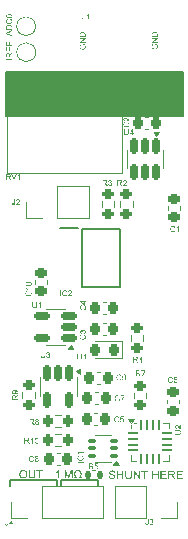
<source format=gto>
G04 #@! TF.GenerationSoftware,KiCad,Pcbnew,9.0.6*
G04 #@! TF.CreationDate,2026-01-10T17:13:08+00:00*
G04 #@! TF.ProjectId,CurrentSource,43757272-656e-4745-936f-757263652e6b,rev?*
G04 #@! TF.SameCoordinates,Original*
G04 #@! TF.FileFunction,Legend,Top*
G04 #@! TF.FilePolarity,Positive*
%FSLAX46Y46*%
G04 Gerber Fmt 4.6, Leading zero omitted, Abs format (unit mm)*
G04 Created by KiCad (PCBNEW 9.0.6) date 2026-01-10 17:13:08*
%MOMM*%
%LPD*%
G01*
G04 APERTURE LIST*
G04 Aperture macros list*
%AMRoundRect*
0 Rectangle with rounded corners*
0 $1 Rounding radius*
0 $2 $3 $4 $5 $6 $7 $8 $9 X,Y pos of 4 corners*
0 Add a 4 corners polygon primitive as box body*
4,1,4,$2,$3,$4,$5,$6,$7,$8,$9,$2,$3,0*
0 Add four circle primitives for the rounded corners*
1,1,$1+$1,$2,$3*
1,1,$1+$1,$4,$5*
1,1,$1+$1,$6,$7*
1,1,$1+$1,$8,$9*
0 Add four rect primitives between the rounded corners*
20,1,$1+$1,$2,$3,$4,$5,0*
20,1,$1+$1,$4,$5,$6,$7,0*
20,1,$1+$1,$6,$7,$8,$9,0*
20,1,$1+$1,$8,$9,$2,$3,0*%
G04 Aperture macros list end*
%ADD10C,0.150000*%
%ADD11C,0.100000*%
%ADD12C,0.125000*%
%ADD13C,0.120000*%
%ADD14C,0.200000*%
%ADD15C,1.700000*%
%ADD16R,1.700000X1.700000*%
%ADD17RoundRect,0.135000X0.135000X0.185000X-0.135000X0.185000X-0.135000X-0.185000X0.135000X-0.185000X0*%
%ADD18RoundRect,0.150000X0.512500X0.150000X-0.512500X0.150000X-0.512500X-0.150000X0.512500X-0.150000X0*%
%ADD19R,0.800000X0.800000*%
%ADD20RoundRect,0.062500X-0.062500X-0.375000X0.062500X-0.375000X0.062500X0.375000X-0.062500X0.375000X0*%
%ADD21RoundRect,0.062500X-0.375000X-0.062500X0.375000X-0.062500X0.375000X0.062500X-0.375000X0.062500X0*%
%ADD22R,1.500000X5.080000*%
%ADD23R,1.528000X0.650000*%
%ADD24RoundRect,0.200000X0.275000X-0.200000X0.275000X0.200000X-0.275000X0.200000X-0.275000X-0.200000X0*%
%ADD25RoundRect,0.200000X-0.275000X0.200000X-0.275000X-0.200000X0.275000X-0.200000X0.275000X0.200000X0*%
%ADD26RoundRect,0.225000X-0.225000X-0.250000X0.225000X-0.250000X0.225000X0.250000X-0.225000X0.250000X0*%
%ADD27C,1.500000*%
%ADD28RoundRect,0.225000X0.250000X-0.225000X0.250000X0.225000X-0.250000X0.225000X-0.250000X-0.225000X0*%
%ADD29RoundRect,0.150000X-0.150000X0.512500X-0.150000X-0.512500X0.150000X-0.512500X0.150000X0.512500X0*%
%ADD30RoundRect,0.225000X-0.250000X0.225000X-0.250000X-0.225000X0.250000X-0.225000X0.250000X0.225000X0*%
%ADD31RoundRect,0.100000X0.225000X0.100000X-0.225000X0.100000X-0.225000X-0.100000X0.225000X-0.100000X0*%
%ADD32C,1.440000*%
%ADD33RoundRect,0.225000X0.225000X0.250000X-0.225000X0.250000X-0.225000X-0.250000X0.225000X-0.250000X0*%
%ADD34RoundRect,0.218750X0.218750X0.256250X-0.218750X0.256250X-0.218750X-0.256250X0.218750X-0.256250X0*%
%ADD35RoundRect,0.200000X0.200000X0.275000X-0.200000X0.275000X-0.200000X-0.275000X0.200000X-0.275000X0*%
G04 APERTURE END LIST*
D10*
X126835630Y-107000000D02*
X126835630Y-106500000D01*
X122500000Y-106500000D02*
X126500000Y-106500000D01*
X126500000Y-106500000D02*
X126500000Y-107000000D01*
X130000000Y-106500000D02*
X126835630Y-106500000D01*
X130000000Y-107000000D02*
X130000000Y-106500000D01*
X122183644Y-71965209D02*
X137165394Y-71965209D01*
X137165394Y-75722522D01*
X122183644Y-75722522D01*
X122183644Y-71965209D01*
G36*
X122183644Y-71965209D02*
G01*
X137165394Y-71965209D01*
X137165394Y-75722522D01*
X122183644Y-75722522D01*
X122183644Y-71965209D01*
G37*
X122500000Y-107020000D02*
X122500000Y-106500000D01*
G36*
X123693207Y-105670027D02*
G01*
X123738103Y-105678819D01*
X123780255Y-105693258D01*
X123820073Y-105713404D01*
X123856788Y-105738900D01*
X123888619Y-105768731D01*
X123915931Y-105803166D01*
X123938897Y-105842658D01*
X123961268Y-105899220D01*
X123975043Y-105961547D01*
X123979802Y-106030682D01*
X123974808Y-106100670D01*
X123960331Y-106163869D01*
X123936760Y-106221356D01*
X123912640Y-106261376D01*
X123884418Y-106295609D01*
X123851942Y-106324602D01*
X123814858Y-106348686D01*
X123760885Y-106372713D01*
X123704401Y-106387090D01*
X123644615Y-106391942D01*
X123595527Y-106388838D01*
X123550010Y-106379759D01*
X123507537Y-106364881D01*
X123467661Y-106344155D01*
X123430926Y-106317972D01*
X123399217Y-106287694D01*
X123372159Y-106253077D01*
X123349563Y-106213705D01*
X123327244Y-106157462D01*
X123313909Y-106099376D01*
X123309520Y-106040043D01*
X123405043Y-106040043D01*
X123409787Y-106103331D01*
X123423155Y-106156708D01*
X123444331Y-106201889D01*
X123473175Y-106240206D01*
X123509624Y-106272324D01*
X123549692Y-106294889D01*
X123594156Y-106308580D01*
X123644145Y-106313295D01*
X123695119Y-106308500D01*
X123740102Y-106294625D01*
X123780295Y-106271834D01*
X123816525Y-106239479D01*
X123844840Y-106200923D01*
X123865900Y-106154307D01*
X123879362Y-106098003D01*
X123884187Y-106029955D01*
X123880740Y-105973341D01*
X123870912Y-105923752D01*
X123855250Y-105880186D01*
X123832639Y-105840204D01*
X123804540Y-105807393D01*
X123770620Y-105780938D01*
X123732194Y-105761434D01*
X123690772Y-105749682D01*
X123645555Y-105745675D01*
X123597592Y-105749996D01*
X123553908Y-105762644D01*
X123513607Y-105783613D01*
X123476038Y-105813507D01*
X123452509Y-105841265D01*
X123433185Y-105876225D01*
X123418316Y-105919791D01*
X123408581Y-105973717D01*
X123405043Y-106040043D01*
X123309520Y-106040043D01*
X123309428Y-106038803D01*
X123313665Y-105968045D01*
X123325699Y-105906580D01*
X123344790Y-105853079D01*
X123370582Y-105806418D01*
X123403120Y-105765721D01*
X123442614Y-105730327D01*
X123485908Y-105703031D01*
X123533541Y-105683349D01*
X123586282Y-105671224D01*
X123645085Y-105667029D01*
X123693207Y-105670027D01*
G37*
G36*
X124559475Y-105677971D02*
G01*
X124652227Y-105677971D01*
X124652227Y-106083554D01*
X124649113Y-106154288D01*
X124640738Y-106209382D01*
X124628333Y-106251661D01*
X124608438Y-106290106D01*
X124580034Y-106323684D01*
X124542036Y-106352918D01*
X124498713Y-106373681D01*
X124444926Y-106387085D01*
X124378247Y-106391942D01*
X124313198Y-106387713D01*
X124260177Y-106376021D01*
X124217065Y-106357961D01*
X124179037Y-106331673D01*
X124149511Y-106299114D01*
X124127648Y-106259525D01*
X124113772Y-106215663D01*
X124104389Y-106158059D01*
X124100891Y-106083554D01*
X124100891Y-105677971D01*
X124193685Y-105677971D01*
X124193685Y-106084623D01*
X124196048Y-106146423D01*
X124202135Y-106190147D01*
X124210654Y-106219946D01*
X124224693Y-106246764D01*
X124243944Y-106268942D01*
X124268955Y-106287009D01*
X124297447Y-106299713D01*
X124330842Y-106307724D01*
X124370126Y-106310560D01*
X124422213Y-106306995D01*
X124462334Y-106297369D01*
X124492939Y-106282847D01*
X124515963Y-106263928D01*
X124532687Y-106239851D01*
X124546330Y-106204477D01*
X124555834Y-106154187D01*
X124559475Y-106084623D01*
X124559475Y-105677971D01*
G37*
G36*
X124984977Y-106381000D02*
G01*
X124984977Y-105759353D01*
X124753996Y-105759353D01*
X124753996Y-105677971D01*
X125309649Y-105677971D01*
X125309649Y-105759353D01*
X125077728Y-105759353D01*
X125077728Y-106381000D01*
X124984977Y-106381000D01*
G37*
D11*
G36*
X122707500Y-70931476D02*
G01*
X122205336Y-70931476D01*
X122205336Y-70865225D01*
X122707500Y-70865225D01*
X122707500Y-70931476D01*
G37*
G36*
X122707500Y-70389349D02*
G01*
X122601987Y-70455630D01*
X122532133Y-70503441D01*
X122510326Y-70522451D01*
X122498214Y-70537085D01*
X122489907Y-70552288D01*
X122484719Y-70567310D01*
X122482308Y-70604191D01*
X122482308Y-70681036D01*
X122707500Y-70681036D01*
X122707500Y-70747317D01*
X122205336Y-70747317D01*
X122205336Y-70525300D01*
X122205447Y-70522553D01*
X122261512Y-70522553D01*
X122261512Y-70681036D01*
X122426132Y-70681036D01*
X122426132Y-70538612D01*
X122423478Y-70495752D01*
X122416820Y-70467567D01*
X122409155Y-70451544D01*
X122399224Y-70438717D01*
X122386931Y-70428641D01*
X122365454Y-70418644D01*
X122342295Y-70415330D01*
X122319928Y-70418261D01*
X122300856Y-70426770D01*
X122284257Y-70441128D01*
X122272450Y-70459734D01*
X122264519Y-70486031D01*
X122261512Y-70522553D01*
X122205447Y-70522553D01*
X122207156Y-70480363D01*
X122211929Y-70447256D01*
X122218770Y-70423512D01*
X122229915Y-70401989D01*
X122245556Y-70383548D01*
X122266214Y-70367855D01*
X122289604Y-70356293D01*
X122314493Y-70349356D01*
X122341318Y-70347003D01*
X122367275Y-70349245D01*
X122390511Y-70355752D01*
X122411540Y-70366431D01*
X122430742Y-70381502D01*
X122446287Y-70399674D01*
X122459333Y-70422808D01*
X122469704Y-70451869D01*
X122476965Y-70488053D01*
X122490432Y-70463724D01*
X122502183Y-70448120D01*
X122531677Y-70420535D01*
X122569594Y-70393104D01*
X122707500Y-70306031D01*
X122707500Y-70389349D01*
G37*
G36*
X122707500Y-70241887D02*
G01*
X122205336Y-70241887D01*
X122205336Y-69879827D01*
X122263466Y-69879827D01*
X122263466Y-70175606D01*
X122418316Y-70175606D01*
X122418316Y-69898604D01*
X122476446Y-69898604D01*
X122476446Y-70175606D01*
X122649370Y-70175606D01*
X122649370Y-69868195D01*
X122707500Y-69868195D01*
X122707500Y-70241887D01*
G37*
G36*
X122707500Y-69773307D02*
G01*
X122205336Y-69773307D01*
X122205336Y-69435519D01*
X122263466Y-69435519D01*
X122263466Y-69707056D01*
X122420270Y-69707056D01*
X122420270Y-69472064D01*
X122478400Y-69472064D01*
X122478400Y-69707056D01*
X122707500Y-69707056D01*
X122707500Y-69773307D01*
G37*
D10*
G36*
X126637496Y-106381000D02*
G01*
X126551413Y-106381000D01*
X126551413Y-105831075D01*
X126517159Y-105859574D01*
X126469903Y-105890529D01*
X126420172Y-105917438D01*
X126379289Y-105935110D01*
X126379289Y-105853044D01*
X126426107Y-105828138D01*
X126468053Y-105800435D01*
X126505508Y-105769953D01*
X126539870Y-105735708D01*
X126564862Y-105704270D01*
X126582017Y-105675235D01*
X126637496Y-105675235D01*
X126637496Y-106381000D01*
G37*
G36*
X127161904Y-106381000D02*
G01*
X127161904Y-105677971D01*
X127301501Y-105677971D01*
X127467428Y-106175964D01*
X127500895Y-106280084D01*
X127538209Y-106167330D01*
X127706059Y-105677971D01*
X127830867Y-105677971D01*
X127830867Y-106381000D01*
X127741450Y-106381000D01*
X127741450Y-105792264D01*
X127537739Y-106381000D01*
X127454049Y-106381000D01*
X127251321Y-105782220D01*
X127251321Y-106381000D01*
X127161904Y-106381000D01*
G37*
G36*
X127951444Y-106299618D02*
G01*
X128104462Y-106299618D01*
X128058655Y-106255983D01*
X128022374Y-106210447D01*
X127994704Y-106162765D01*
X127975045Y-106112528D01*
X127963143Y-106059179D01*
X127959095Y-106002045D01*
X127963529Y-105939280D01*
X127976393Y-105882476D01*
X127997349Y-105830690D01*
X128026602Y-105783361D01*
X128062462Y-105743700D01*
X128105402Y-105710968D01*
X128141030Y-105692199D01*
X128180470Y-105678495D01*
X128224312Y-105669984D01*
X128273252Y-105667029D01*
X128336892Y-105671908D01*
X128390237Y-105685628D01*
X128435118Y-105707335D01*
X128475088Y-105737485D01*
X128510569Y-105775700D01*
X128541760Y-105822996D01*
X128564473Y-105874771D01*
X128578640Y-105933971D01*
X128583605Y-106002045D01*
X128579557Y-106059179D01*
X128567654Y-106112528D01*
X128547996Y-106162765D01*
X128520325Y-106210447D01*
X128484045Y-106255983D01*
X128438238Y-106299618D01*
X128591256Y-106299618D01*
X128591256Y-106381000D01*
X128318687Y-106381000D01*
X128318687Y-106304405D01*
X128364263Y-106278705D01*
X128401824Y-106248519D01*
X128432308Y-106213734D01*
X128456288Y-106173912D01*
X128473940Y-106128320D01*
X128485031Y-106075973D01*
X128488931Y-106015679D01*
X128484842Y-105957060D01*
X128473173Y-105905963D01*
X128454496Y-105861208D01*
X128428920Y-105821842D01*
X128396148Y-105788099D01*
X128359790Y-105764673D01*
X128319081Y-105750544D01*
X128272782Y-105745675D01*
X128224987Y-105750634D01*
X128183492Y-105764944D01*
X128146944Y-105788523D01*
X128114506Y-105822312D01*
X128089027Y-105861960D01*
X128070590Y-105906045D01*
X128059184Y-105955350D01*
X128055222Y-106010849D01*
X128059118Y-106072137D01*
X128070194Y-106125362D01*
X128087811Y-106171719D01*
X128111713Y-106212202D01*
X128142044Y-106247557D01*
X128179336Y-106278244D01*
X128224483Y-106304405D01*
X128224483Y-106381000D01*
X127951444Y-106381000D01*
X127951444Y-106299618D01*
G37*
D11*
G36*
X134817163Y-69811732D02*
G01*
X134759033Y-69811732D01*
X134758697Y-69599607D01*
X134944658Y-69599607D01*
X134968885Y-69633188D01*
X134988276Y-69666734D01*
X135003184Y-69700388D01*
X135014122Y-69735422D01*
X135020640Y-69770857D01*
X135022815Y-69806939D01*
X135019196Y-69855342D01*
X135008615Y-69899810D01*
X134991216Y-69941028D01*
X134973501Y-69969531D01*
X134952508Y-69993986D01*
X134928074Y-70014757D01*
X134899870Y-70032039D01*
X134859029Y-70048937D01*
X134814736Y-70059247D01*
X134766299Y-70062783D01*
X134718280Y-70059332D01*
X134672978Y-70049140D01*
X134629859Y-70032222D01*
X134599652Y-70014866D01*
X134574202Y-69994507D01*
X134553010Y-69971059D01*
X134535765Y-69944264D01*
X134518969Y-69904939D01*
X134508611Y-69861159D01*
X134505020Y-69812068D01*
X134507060Y-69776192D01*
X134512965Y-69743605D01*
X134522514Y-69713882D01*
X134536157Y-69685963D01*
X134552412Y-69663257D01*
X134571271Y-69645067D01*
X134593135Y-69630366D01*
X134620014Y-69617643D01*
X134652757Y-69607117D01*
X134669152Y-69666896D01*
X134633655Y-69680220D01*
X134609221Y-69694923D01*
X134596058Y-69707214D01*
X134584419Y-69722961D01*
X134574324Y-69742733D01*
X134564573Y-69775027D01*
X134561196Y-69811732D01*
X134562867Y-69841793D01*
X134567596Y-69867788D01*
X134575057Y-69890286D01*
X134591481Y-69920769D01*
X134611510Y-69943745D01*
X134635294Y-69961864D01*
X134661092Y-69975344D01*
X134692632Y-69985866D01*
X134726163Y-69992273D01*
X134762025Y-69994456D01*
X134806297Y-69991632D01*
X134843321Y-69983739D01*
X134874285Y-69971406D01*
X134902021Y-69953530D01*
X134924177Y-69931304D01*
X134941330Y-69904300D01*
X134953500Y-69874277D01*
X134960774Y-69843195D01*
X134963220Y-69810694D01*
X134961396Y-69782327D01*
X134955920Y-69754402D01*
X134946703Y-69726705D01*
X134928583Y-69688832D01*
X134911441Y-69664515D01*
X134817163Y-69664515D01*
X134817163Y-69811732D01*
G37*
G36*
X135015000Y-69502551D02*
G01*
X134512836Y-69502551D01*
X134512836Y-69434560D01*
X134907105Y-69171571D01*
X134512836Y-69171571D01*
X134512836Y-69108038D01*
X135015000Y-69108038D01*
X135015000Y-69175998D01*
X134620395Y-69439017D01*
X135015000Y-69439017D01*
X135015000Y-69502551D01*
G37*
G36*
X134799191Y-68584389D02*
G01*
X134832834Y-68588938D01*
X134862592Y-68596135D01*
X134904174Y-68611903D01*
X134935712Y-68630299D01*
X134962082Y-68652618D01*
X134981263Y-68675881D01*
X134995561Y-68702489D01*
X135006451Y-68735659D01*
X135012731Y-68772038D01*
X135015000Y-68816076D01*
X135015000Y-68996755D01*
X134512836Y-68996755D01*
X134512836Y-68825296D01*
X134570966Y-68825296D01*
X134570966Y-68930504D01*
X134956870Y-68930504D01*
X134956870Y-68823586D01*
X134954224Y-68776794D01*
X134947588Y-68745887D01*
X134936014Y-68719940D01*
X134921393Y-68700976D01*
X134904443Y-68686924D01*
X134883364Y-68674652D01*
X134857463Y-68664279D01*
X134830385Y-68657276D01*
X134798208Y-68652744D01*
X134760132Y-68651120D01*
X134719413Y-68653062D01*
X134686335Y-68658390D01*
X134659671Y-68666487D01*
X134638346Y-68676919D01*
X134612151Y-68696177D01*
X134593535Y-68716986D01*
X134581316Y-68739567D01*
X134576159Y-68757871D01*
X134572428Y-68785468D01*
X134570966Y-68825296D01*
X134512836Y-68825296D01*
X134512836Y-68824289D01*
X134514932Y-68769336D01*
X134520041Y-68735140D01*
X134528635Y-68707373D01*
X134540630Y-68683036D01*
X134556006Y-68661684D01*
X134580197Y-68637714D01*
X134608611Y-68618011D01*
X134641796Y-68602455D01*
X134677144Y-68591794D01*
X134716733Y-68585121D01*
X134761170Y-68582793D01*
X134799191Y-68584389D01*
G37*
G36*
X122707500Y-68540661D02*
G01*
X122555092Y-68599066D01*
X122555092Y-68808443D01*
X122707500Y-68863428D01*
X122707500Y-68933801D01*
X122205336Y-68741490D01*
X122205336Y-68707326D01*
X122257940Y-68707326D01*
X122305747Y-68718803D01*
X122353561Y-68734315D01*
X122500382Y-68789300D01*
X122500382Y-68619552D01*
X122361743Y-68671820D01*
X122301245Y-68693659D01*
X122257940Y-68707326D01*
X122205336Y-68707326D01*
X122205336Y-68670110D01*
X122707500Y-68465160D01*
X122707500Y-68540661D01*
G37*
G36*
X122491691Y-67999916D02*
G01*
X122525334Y-68004464D01*
X122555092Y-68011662D01*
X122596674Y-68027429D01*
X122628212Y-68045825D01*
X122654582Y-68068145D01*
X122673763Y-68091407D01*
X122688061Y-68118016D01*
X122698951Y-68151185D01*
X122705231Y-68187564D01*
X122707500Y-68231602D01*
X122707500Y-68412281D01*
X122205336Y-68412281D01*
X122205336Y-68240823D01*
X122263466Y-68240823D01*
X122263466Y-68346030D01*
X122649370Y-68346030D01*
X122649370Y-68239113D01*
X122646724Y-68192321D01*
X122640088Y-68161413D01*
X122628514Y-68135466D01*
X122613893Y-68116503D01*
X122596943Y-68102450D01*
X122575864Y-68090178D01*
X122549963Y-68079805D01*
X122522885Y-68072802D01*
X122490708Y-68068271D01*
X122452632Y-68066647D01*
X122411913Y-68068588D01*
X122378835Y-68073917D01*
X122352171Y-68082013D01*
X122330846Y-68092445D01*
X122304651Y-68111703D01*
X122286035Y-68132513D01*
X122273816Y-68155093D01*
X122268659Y-68173397D01*
X122264928Y-68200994D01*
X122263466Y-68240823D01*
X122205336Y-68240823D01*
X122205336Y-68239815D01*
X122207432Y-68184862D01*
X122212541Y-68150666D01*
X122221135Y-68122899D01*
X122233130Y-68098563D01*
X122248506Y-68077210D01*
X122272697Y-68053241D01*
X122301111Y-68033538D01*
X122334296Y-68017981D01*
X122369644Y-68007320D01*
X122409233Y-68000648D01*
X122453670Y-67998320D01*
X122491691Y-67999916D01*
G37*
G36*
X122531645Y-67549921D02*
G01*
X122548375Y-67483670D01*
X122588256Y-67496814D01*
X122621693Y-67513775D01*
X122649576Y-67534364D01*
X122672573Y-67558652D01*
X122691002Y-67586717D01*
X122704286Y-67617750D01*
X122712477Y-67652287D01*
X122715315Y-67691001D01*
X122712995Y-67731831D01*
X122706450Y-67766848D01*
X122696154Y-67796892D01*
X122682373Y-67822679D01*
X122664366Y-67846159D01*
X122642707Y-67866771D01*
X122617051Y-67884669D01*
X122586905Y-67899859D01*
X122544524Y-67914477D01*
X122499924Y-67923327D01*
X122452663Y-67926329D01*
X122401220Y-67922793D01*
X122356064Y-67912675D01*
X122316222Y-67896440D01*
X122288518Y-67879682D01*
X122264757Y-67860019D01*
X122244572Y-67837338D01*
X122227745Y-67811383D01*
X122211037Y-67773616D01*
X122200951Y-67733348D01*
X122197520Y-67689963D01*
X122200077Y-67652598D01*
X122207422Y-67619495D01*
X122219253Y-67590004D01*
X122235531Y-67563598D01*
X122256093Y-67540266D01*
X122280435Y-67520670D01*
X122308986Y-67504638D01*
X122342356Y-67492218D01*
X122357744Y-67557431D01*
X122323009Y-67571700D01*
X122297159Y-67588620D01*
X122278517Y-67607989D01*
X122265049Y-67631226D01*
X122256660Y-67658669D01*
X122253696Y-67691337D01*
X122257006Y-67728949D01*
X122266387Y-67760750D01*
X122281448Y-67787844D01*
X122301993Y-67811069D01*
X122326613Y-67829124D01*
X122355912Y-67842310D01*
X122387390Y-67851027D01*
X122419458Y-67856252D01*
X122452296Y-67858002D01*
X122494717Y-67855772D01*
X122531758Y-67849435D01*
X122564129Y-67839409D01*
X122593885Y-67824311D01*
X122617388Y-67805084D01*
X122635509Y-67781524D01*
X122648668Y-67754528D01*
X122656502Y-67726325D01*
X122659139Y-67696466D01*
X122657021Y-67668994D01*
X122650897Y-67644433D01*
X122640927Y-67622292D01*
X122627021Y-67602189D01*
X122609832Y-67585126D01*
X122588650Y-67570685D01*
X122562856Y-67558876D01*
X122531645Y-67549921D01*
G37*
G36*
X122518518Y-67102850D02*
G01*
X122565314Y-67109180D01*
X122601956Y-67118618D01*
X122636488Y-67133280D01*
X122664061Y-67151352D01*
X122685731Y-67172749D01*
X122701854Y-67198206D01*
X122711811Y-67228158D01*
X122715315Y-67263760D01*
X122711868Y-67298992D01*
X122702018Y-67329058D01*
X122685989Y-67355005D01*
X122663322Y-67377516D01*
X122638614Y-67393547D01*
X122607311Y-67407021D01*
X122568091Y-67417549D01*
X122519409Y-67424501D01*
X122459532Y-67427036D01*
X122400046Y-67424674D01*
X122353041Y-67418285D01*
X122316406Y-67408779D01*
X122281876Y-67394002D01*
X122254369Y-67375868D01*
X122232814Y-67354465D01*
X122216764Y-67329005D01*
X122206863Y-67299146D01*
X122203451Y-67264462D01*
X122254673Y-67264462D01*
X122256947Y-67284717D01*
X122263543Y-67302384D01*
X122274528Y-67318060D01*
X122290485Y-67332086D01*
X122313326Y-67344114D01*
X122346799Y-67354123D01*
X122394198Y-67361146D01*
X122459349Y-67363838D01*
X122525104Y-67361305D01*
X122571459Y-67354788D01*
X122602902Y-67345679D01*
X122623266Y-67334987D01*
X122641820Y-67318947D01*
X122654281Y-67301965D01*
X122661568Y-67283750D01*
X122664024Y-67263760D01*
X122661561Y-67243796D01*
X122654247Y-67225595D01*
X122641733Y-67208614D01*
X122623083Y-67192563D01*
X122602632Y-67181846D01*
X122571158Y-67172728D01*
X122524875Y-67166212D01*
X122459349Y-67163681D01*
X122393386Y-67166222D01*
X122346971Y-67172752D01*
X122315560Y-67181871D01*
X122295279Y-67192563D01*
X122276851Y-67208588D01*
X122264430Y-67225671D01*
X122257138Y-67244111D01*
X122254673Y-67264462D01*
X122203451Y-67264462D01*
X122203382Y-67263760D01*
X122205291Y-67237297D01*
X122210774Y-67213901D01*
X122219624Y-67193082D01*
X122231953Y-67174111D01*
X122247473Y-67157426D01*
X122266489Y-67142859D01*
X122299378Y-67125621D01*
X122341044Y-67111779D01*
X122388810Y-67103709D01*
X122459532Y-67100514D01*
X122518518Y-67102850D01*
G37*
D10*
G36*
X130890189Y-106202375D02*
G01*
X130977725Y-106194682D01*
X130984072Y-106229821D01*
X130993831Y-106258833D01*
X131006619Y-106282689D01*
X131023791Y-106303391D01*
X131046930Y-106321930D01*
X131077144Y-106338297D01*
X131109655Y-106349881D01*
X131145356Y-106357029D01*
X131184770Y-106359497D01*
X131235903Y-106355343D01*
X131278461Y-106343682D01*
X131304271Y-106331228D01*
X131324107Y-106316748D01*
X131338942Y-106300299D01*
X131353901Y-106271277D01*
X131358817Y-106240074D01*
X131353960Y-106208886D01*
X131339669Y-106182329D01*
X131316028Y-106160727D01*
X131276581Y-106140826D01*
X131239769Y-106129109D01*
X131151773Y-106106547D01*
X131062854Y-106081702D01*
X131016450Y-106062650D01*
X130984782Y-106042897D01*
X130960161Y-106021100D01*
X130941608Y-105997211D01*
X130927985Y-105970267D01*
X130919783Y-105941286D01*
X130916988Y-105909718D01*
X130920313Y-105875088D01*
X130930243Y-105842111D01*
X130947079Y-105810213D01*
X130969786Y-105782292D01*
X130998797Y-105758921D01*
X131035086Y-105739944D01*
X131074330Y-105726823D01*
X131117035Y-105718746D01*
X131163741Y-105715966D01*
X131215215Y-105718945D01*
X131260768Y-105727471D01*
X131301200Y-105741098D01*
X131338513Y-105760901D01*
X131368732Y-105785452D01*
X131392755Y-105814957D01*
X131410732Y-105848646D01*
X131422215Y-105885223D01*
X131427205Y-105925361D01*
X131338258Y-105932072D01*
X131329112Y-105889622D01*
X131312820Y-105856731D01*
X131289703Y-105831413D01*
X131260197Y-105813529D01*
X131220488Y-105801738D01*
X131167545Y-105797348D01*
X131111987Y-105801493D01*
X131072423Y-105812331D01*
X131044874Y-105828208D01*
X131023002Y-105850883D01*
X131010559Y-105875371D01*
X131006405Y-105902622D01*
X131009510Y-105926596D01*
X131018512Y-105947034D01*
X131033675Y-105964813D01*
X131054203Y-105977973D01*
X131096834Y-105994520D01*
X131173529Y-106014821D01*
X131277387Y-106041300D01*
X131328684Y-106059530D01*
X131367482Y-106081070D01*
X131397121Y-106104928D01*
X131419041Y-106131081D01*
X131435133Y-106161099D01*
X131444885Y-106194101D01*
X131448235Y-106230842D01*
X131444713Y-106267250D01*
X131434153Y-106302228D01*
X131416178Y-106336373D01*
X131392162Y-106366482D01*
X131361784Y-106392096D01*
X131324153Y-106413395D01*
X131283318Y-106428424D01*
X131238506Y-106437683D01*
X131189044Y-106440879D01*
X131125964Y-106437435D01*
X131073347Y-106427851D01*
X131029572Y-106413010D01*
X130989396Y-106391014D01*
X130956027Y-106363171D01*
X130928700Y-106329107D01*
X130908266Y-106290379D01*
X130895430Y-106248397D01*
X130890189Y-106202375D01*
G37*
G36*
X131577744Y-106429937D02*
G01*
X131577744Y-105726908D01*
X131670496Y-105726908D01*
X131670496Y-106016873D01*
X132034875Y-106016873D01*
X132034875Y-105726908D01*
X132127627Y-105726908D01*
X132127627Y-106429937D01*
X132034875Y-106429937D01*
X132034875Y-106098255D01*
X131670496Y-106098255D01*
X131670496Y-106429937D01*
X131577744Y-106429937D01*
G37*
G36*
X132742007Y-105726908D02*
G01*
X132834758Y-105726908D01*
X132834758Y-106132491D01*
X132831645Y-106203225D01*
X132823270Y-106258319D01*
X132810865Y-106300598D01*
X132790970Y-106339043D01*
X132762566Y-106372621D01*
X132724568Y-106401855D01*
X132681245Y-106422618D01*
X132627458Y-106436022D01*
X132560779Y-106440879D01*
X132495730Y-106436650D01*
X132442709Y-106424958D01*
X132399597Y-106406898D01*
X132361569Y-106380610D01*
X132332043Y-106348051D01*
X132310180Y-106308462D01*
X132296304Y-106264600D01*
X132286921Y-106206996D01*
X132283423Y-106132491D01*
X132283423Y-105726908D01*
X132376217Y-105726908D01*
X132376217Y-106133560D01*
X132378580Y-106195360D01*
X132384667Y-106239084D01*
X132393186Y-106268883D01*
X132407225Y-106295701D01*
X132426476Y-106317879D01*
X132451487Y-106335946D01*
X132479979Y-106348650D01*
X132513374Y-106356661D01*
X132552658Y-106359497D01*
X132604745Y-106355932D01*
X132644866Y-106346306D01*
X132675471Y-106331784D01*
X132698495Y-106312865D01*
X132715219Y-106288788D01*
X132728861Y-106253414D01*
X132738366Y-106203124D01*
X132742007Y-106133560D01*
X132742007Y-105726908D01*
G37*
G36*
X132988161Y-106429937D02*
G01*
X132988161Y-105726908D01*
X133083349Y-105726908D01*
X133451533Y-106278885D01*
X133451533Y-105726908D01*
X133540480Y-105726908D01*
X133540480Y-106429937D01*
X133445335Y-106429937D01*
X133077108Y-105877490D01*
X133077108Y-106429937D01*
X132988161Y-106429937D01*
G37*
G36*
X133874641Y-106429937D02*
G01*
X133874641Y-105808290D01*
X133643660Y-105808290D01*
X133643660Y-105726908D01*
X134199313Y-105726908D01*
X134199313Y-105808290D01*
X133967392Y-105808290D01*
X133967392Y-106429937D01*
X133874641Y-106429937D01*
G37*
G36*
X134551938Y-106429937D02*
G01*
X134551938Y-105726908D01*
X134644690Y-105726908D01*
X134644690Y-106016873D01*
X135009069Y-106016873D01*
X135009069Y-105726908D01*
X135101821Y-105726908D01*
X135101821Y-106429937D01*
X135009069Y-106429937D01*
X135009069Y-106098255D01*
X134644690Y-106098255D01*
X134644690Y-106429937D01*
X134551938Y-106429937D01*
G37*
G36*
X135258087Y-106429937D02*
G01*
X135258087Y-105726908D01*
X135764970Y-105726908D01*
X135764970Y-105808290D01*
X135350881Y-105808290D01*
X135350881Y-106025080D01*
X135738684Y-106025080D01*
X135738684Y-106106461D01*
X135350881Y-106106461D01*
X135350881Y-106348555D01*
X135781255Y-106348555D01*
X135781255Y-106429937D01*
X135258087Y-106429937D01*
G37*
G36*
X136284458Y-105729456D02*
G01*
X136330808Y-105736137D01*
X136364049Y-105745715D01*
X136394182Y-105761319D01*
X136419999Y-105783216D01*
X136441969Y-105812136D01*
X136458157Y-105844882D01*
X136467867Y-105879728D01*
X136471162Y-105917283D01*
X136468023Y-105953623D01*
X136458913Y-105986152D01*
X136443963Y-106015594D01*
X136422863Y-106042476D01*
X136397422Y-106064239D01*
X136365035Y-106082503D01*
X136324350Y-106097023D01*
X136273692Y-106107188D01*
X136307753Y-106126042D01*
X136329599Y-106142493D01*
X136368218Y-106183785D01*
X136406621Y-106236869D01*
X136528522Y-106429937D01*
X136411878Y-106429937D01*
X136319084Y-106282218D01*
X136252149Y-106184424D01*
X136225535Y-106153893D01*
X136205047Y-106136937D01*
X136183763Y-106125306D01*
X136162732Y-106118044D01*
X136111099Y-106114668D01*
X136003516Y-106114668D01*
X136003516Y-106429937D01*
X135910722Y-106429937D01*
X135910722Y-106036022D01*
X136003516Y-106036022D01*
X136202910Y-106036022D01*
X136262913Y-106032306D01*
X136302372Y-106022985D01*
X136324805Y-106012254D01*
X136342762Y-105998351D01*
X136356869Y-105981140D01*
X136370864Y-105951072D01*
X136375504Y-105918651D01*
X136371400Y-105887336D01*
X136359489Y-105860635D01*
X136339387Y-105837397D01*
X136313339Y-105820867D01*
X136276522Y-105809764D01*
X136225393Y-105805554D01*
X136003516Y-105805554D01*
X136003516Y-106036022D01*
X135910722Y-106036022D01*
X135910722Y-105726908D01*
X136221546Y-105726908D01*
X136284458Y-105729456D01*
G37*
G36*
X136618324Y-106429937D02*
G01*
X136618324Y-105726908D01*
X137125208Y-105726908D01*
X137125208Y-105808290D01*
X136711118Y-105808290D01*
X136711118Y-106025080D01*
X137098921Y-106025080D01*
X137098921Y-106106461D01*
X136711118Y-106106461D01*
X136711118Y-106348555D01*
X137141493Y-106348555D01*
X137141493Y-106429937D01*
X136618324Y-106429937D01*
G37*
D11*
G36*
X122101742Y-110233183D02*
G01*
X122161520Y-110224970D01*
X122165690Y-110263227D01*
X122173250Y-110288272D01*
X122183013Y-110303860D01*
X122197045Y-110315450D01*
X122214372Y-110322576D01*
X122235984Y-110325109D01*
X122259599Y-110322130D01*
X122279001Y-110313630D01*
X122294331Y-110300037D01*
X122303944Y-110282428D01*
X122308735Y-110259751D01*
X122310783Y-110219505D01*
X122310783Y-109873260D01*
X122377034Y-109873260D01*
X122377034Y-110214956D01*
X122375019Y-110257012D01*
X122369664Y-110288825D01*
X122361830Y-110312439D01*
X122349676Y-110333721D01*
X122333751Y-110351137D01*
X122313683Y-110365104D01*
X122291049Y-110374975D01*
X122265453Y-110381102D01*
X122236319Y-110383239D01*
X122203574Y-110380591D01*
X122176495Y-110373174D01*
X122154028Y-110361462D01*
X122135386Y-110345473D01*
X122120981Y-110325770D01*
X122110311Y-110301245D01*
X122103664Y-110270829D01*
X122101742Y-110233183D01*
G37*
G36*
X122718943Y-110199569D02*
G01*
X122786568Y-110199569D01*
X122786568Y-110255745D01*
X122718943Y-110255745D01*
X122718943Y-110375424D01*
X122657455Y-110375424D01*
X122657455Y-110255745D01*
X122440232Y-110255745D01*
X122440232Y-110199569D01*
X122500682Y-110199569D01*
X122657455Y-110199569D01*
X122657455Y-109973888D01*
X122500682Y-110199569D01*
X122440232Y-110199569D01*
X122668721Y-109875214D01*
X122718943Y-109875214D01*
X122718943Y-110199569D01*
G37*
G36*
X129455658Y-105120598D02*
G01*
X129488765Y-105125371D01*
X129512509Y-105132212D01*
X129534032Y-105143357D01*
X129552473Y-105158998D01*
X129568165Y-105179656D01*
X129579728Y-105203046D01*
X129586664Y-105227935D01*
X129589018Y-105254760D01*
X129586776Y-105280717D01*
X129580269Y-105303953D01*
X129569590Y-105324982D01*
X129554518Y-105344184D01*
X129536346Y-105359729D01*
X129513213Y-105372775D01*
X129484152Y-105383146D01*
X129447967Y-105390407D01*
X129472297Y-105403874D01*
X129487901Y-105415625D01*
X129515486Y-105445119D01*
X129542917Y-105483036D01*
X129629989Y-105620942D01*
X129546672Y-105620942D01*
X129480391Y-105515429D01*
X129432580Y-105445575D01*
X129413570Y-105423768D01*
X129398936Y-105411656D01*
X129383733Y-105403349D01*
X129368711Y-105398161D01*
X129331830Y-105395750D01*
X129254985Y-105395750D01*
X129254985Y-105620942D01*
X129188704Y-105620942D01*
X129188704Y-105339574D01*
X129254985Y-105339574D01*
X129397409Y-105339574D01*
X129440268Y-105336920D01*
X129468453Y-105330262D01*
X129484477Y-105322597D01*
X129497303Y-105312666D01*
X129507380Y-105300373D01*
X129517376Y-105278896D01*
X129520691Y-105255737D01*
X129517759Y-105233370D01*
X129509251Y-105214298D01*
X129494893Y-105197699D01*
X129476287Y-105185892D01*
X129449989Y-105177961D01*
X129413468Y-105174954D01*
X129254985Y-105174954D01*
X129254985Y-105339574D01*
X129188704Y-105339574D01*
X129188704Y-105118778D01*
X129410720Y-105118778D01*
X129455658Y-105120598D01*
G37*
G36*
X129667847Y-105488073D02*
G01*
X129732388Y-105482608D01*
X129739794Y-105512992D01*
X129751016Y-105536202D01*
X129765697Y-105553683D01*
X129784269Y-105566872D01*
X129805045Y-105574758D01*
X129828712Y-105577466D01*
X129850192Y-105575341D01*
X129869588Y-105569123D01*
X129887367Y-105558771D01*
X129903847Y-105543883D01*
X129916956Y-105526295D01*
X129926506Y-105505957D01*
X129932485Y-105482348D01*
X129934591Y-105454795D01*
X129932548Y-105428596D01*
X129926779Y-105406432D01*
X129917604Y-105387593D01*
X129905037Y-105371539D01*
X129883668Y-105354792D01*
X129858283Y-105344611D01*
X129827704Y-105341039D01*
X129799175Y-105344538D01*
X129774062Y-105354778D01*
X129752569Y-105370676D01*
X129736510Y-105390376D01*
X129678777Y-105382866D01*
X129727290Y-105124640D01*
X129976265Y-105124640D01*
X129976265Y-105182770D01*
X129776474Y-105182770D01*
X129749485Y-105318996D01*
X129780732Y-105300802D01*
X129812065Y-105290285D01*
X129844099Y-105286817D01*
X129876034Y-105289749D01*
X129904710Y-105298287D01*
X129930789Y-105312380D01*
X129954741Y-105332430D01*
X129974269Y-105356557D01*
X129988234Y-105383718D01*
X129996838Y-105414506D01*
X129999834Y-105449727D01*
X129997255Y-105483351D01*
X129989748Y-105513884D01*
X129977448Y-105541859D01*
X129960206Y-105567697D01*
X129939492Y-105589720D01*
X129916396Y-105606575D01*
X129890600Y-105618688D01*
X129861593Y-105626160D01*
X129828712Y-105628757D01*
X129794892Y-105626153D01*
X129765501Y-105618712D01*
X129739791Y-105606747D01*
X129717184Y-105590228D01*
X129698074Y-105569624D01*
X129683565Y-105546074D01*
X129673447Y-105519111D01*
X129667847Y-105488073D01*
G37*
G36*
X124726839Y-91459998D02*
G01*
X124793090Y-91459998D01*
X124793090Y-91749701D01*
X124790866Y-91800225D01*
X124784884Y-91839578D01*
X124776023Y-91869777D01*
X124761812Y-91897238D01*
X124741524Y-91921222D01*
X124714382Y-91942103D01*
X124683437Y-91956934D01*
X124645018Y-91966509D01*
X124597390Y-91969977D01*
X124550926Y-91966957D01*
X124513054Y-91958606D01*
X124482260Y-91945706D01*
X124455097Y-91926928D01*
X124434007Y-91903672D01*
X124418391Y-91875394D01*
X124408479Y-91844064D01*
X124401777Y-91802918D01*
X124399279Y-91749701D01*
X124399279Y-91459998D01*
X124465560Y-91459998D01*
X124465560Y-91750464D01*
X124467248Y-91794607D01*
X124471596Y-91825838D01*
X124477681Y-91847123D01*
X124487708Y-91866279D01*
X124501460Y-91882120D01*
X124519324Y-91895025D01*
X124539676Y-91904099D01*
X124563529Y-91909822D01*
X124591589Y-91911847D01*
X124628794Y-91909301D01*
X124657452Y-91902426D01*
X124679313Y-91892053D01*
X124695759Y-91878539D01*
X124707705Y-91861341D01*
X124717449Y-91836074D01*
X124724238Y-91800152D01*
X124726839Y-91750464D01*
X124726839Y-91459998D01*
G37*
G36*
X125109995Y-91962162D02*
G01*
X125048507Y-91962162D01*
X125048507Y-91569358D01*
X125024039Y-91589715D01*
X124990285Y-91611826D01*
X124954763Y-91631046D01*
X124925561Y-91643669D01*
X124925561Y-91585051D01*
X124959002Y-91567260D01*
X124988964Y-91547472D01*
X125015717Y-91525700D01*
X125040262Y-91501239D01*
X125058113Y-91478783D01*
X125070366Y-91458044D01*
X125109995Y-91458044D01*
X125109995Y-91962162D01*
G37*
G36*
X136505336Y-102364418D02*
G01*
X136505336Y-102298167D01*
X136795039Y-102298167D01*
X136845563Y-102300391D01*
X136884916Y-102306373D01*
X136915115Y-102315234D01*
X136942576Y-102329445D01*
X136966560Y-102349733D01*
X136987441Y-102376875D01*
X137002272Y-102407820D01*
X137011847Y-102446239D01*
X137015315Y-102493867D01*
X137012295Y-102540331D01*
X137003944Y-102578203D01*
X136991044Y-102608997D01*
X136972266Y-102636160D01*
X136949010Y-102657250D01*
X136920732Y-102672866D01*
X136889402Y-102682778D01*
X136848256Y-102689480D01*
X136795039Y-102691978D01*
X136505336Y-102691978D01*
X136505336Y-102625697D01*
X136795802Y-102625697D01*
X136839945Y-102624009D01*
X136871176Y-102619661D01*
X136892461Y-102613576D01*
X136911617Y-102603549D01*
X136927458Y-102589797D01*
X136940363Y-102571933D01*
X136949437Y-102551581D01*
X136955160Y-102527728D01*
X136957185Y-102499668D01*
X136954639Y-102462463D01*
X136947764Y-102433805D01*
X136937391Y-102411944D01*
X136923877Y-102395498D01*
X136906679Y-102383552D01*
X136881412Y-102373808D01*
X136845490Y-102367019D01*
X136795802Y-102364418D01*
X136505336Y-102364418D01*
G37*
G36*
X136949370Y-101889732D02*
G01*
X137007500Y-101889732D01*
X137007500Y-102220681D01*
X136985732Y-102219234D01*
X136964879Y-102213507D01*
X136932130Y-102197519D01*
X136898415Y-102173054D01*
X136865350Y-102141369D01*
X136822730Y-102092606D01*
X136775991Y-102038579D01*
X136741319Y-102003381D01*
X136716179Y-101982300D01*
X136688905Y-101965592D01*
X136664371Y-101956460D01*
X136641837Y-101953602D01*
X136618477Y-101956551D01*
X136598091Y-101965168D01*
X136579922Y-101979736D01*
X136566115Y-101998498D01*
X136557653Y-102020863D01*
X136554673Y-102047849D01*
X136557859Y-102076350D01*
X136566863Y-102099656D01*
X136581509Y-102118924D01*
X136600917Y-102133344D01*
X136625215Y-102142456D01*
X136655790Y-102145882D01*
X136649256Y-102209080D01*
X136614038Y-102203155D01*
X136584842Y-102192854D01*
X136560656Y-102178547D01*
X136540721Y-102160231D01*
X136524906Y-102138157D01*
X136513293Y-102112348D01*
X136505973Y-102082096D01*
X136503382Y-102046506D01*
X136506156Y-102010703D01*
X136513997Y-101980351D01*
X136526473Y-101954498D01*
X136543560Y-101932414D01*
X136564973Y-101913939D01*
X136588376Y-101900965D01*
X136614206Y-101893106D01*
X136643089Y-101890404D01*
X136672859Y-101893444D01*
X136702471Y-101902708D01*
X136731192Y-101918249D01*
X136763928Y-101943527D01*
X136798411Y-101977461D01*
X136852466Y-102038293D01*
X136895903Y-102088431D01*
X136915878Y-102109368D01*
X136932888Y-102123939D01*
X136949370Y-102135288D01*
X136949370Y-101889732D01*
G37*
G36*
X128634464Y-67383667D02*
G01*
X128694242Y-67375454D01*
X128698412Y-67413711D01*
X128705972Y-67438756D01*
X128715735Y-67454344D01*
X128729767Y-67465934D01*
X128747094Y-67473060D01*
X128768706Y-67475593D01*
X128792321Y-67472614D01*
X128811723Y-67464114D01*
X128827053Y-67450521D01*
X128836666Y-67432912D01*
X128841457Y-67410235D01*
X128843505Y-67369989D01*
X128843505Y-67023744D01*
X128909756Y-67023744D01*
X128909756Y-67365440D01*
X128907741Y-67407496D01*
X128902386Y-67439309D01*
X128894552Y-67462923D01*
X128882398Y-67484205D01*
X128866473Y-67501621D01*
X128846405Y-67515588D01*
X128823771Y-67525459D01*
X128798175Y-67531586D01*
X128769041Y-67533723D01*
X128736296Y-67531075D01*
X128709217Y-67523658D01*
X128686750Y-67511946D01*
X128668108Y-67495957D01*
X128653703Y-67476254D01*
X128643033Y-67451729D01*
X128636386Y-67421313D01*
X128634464Y-67383667D01*
G37*
G36*
X129224676Y-67525908D02*
G01*
X129163188Y-67525908D01*
X129163188Y-67133104D01*
X129138721Y-67153461D01*
X129104967Y-67175572D01*
X129069444Y-67194792D01*
X129040242Y-67207415D01*
X129040242Y-67148797D01*
X129073684Y-67131006D01*
X129103645Y-67111218D01*
X129130399Y-67089446D01*
X129154943Y-67064985D01*
X129172794Y-67042529D01*
X129185048Y-67021790D01*
X129224676Y-67021790D01*
X129224676Y-67525908D01*
G37*
G36*
X128717163Y-69831732D02*
G01*
X128659033Y-69831732D01*
X128658697Y-69619607D01*
X128844658Y-69619607D01*
X128868885Y-69653188D01*
X128888276Y-69686734D01*
X128903184Y-69720388D01*
X128914122Y-69755422D01*
X128920640Y-69790857D01*
X128922815Y-69826939D01*
X128919196Y-69875342D01*
X128908615Y-69919810D01*
X128891216Y-69961028D01*
X128873501Y-69989531D01*
X128852508Y-70013986D01*
X128828074Y-70034757D01*
X128799870Y-70052039D01*
X128759029Y-70068937D01*
X128714736Y-70079247D01*
X128666299Y-70082783D01*
X128618280Y-70079332D01*
X128572978Y-70069140D01*
X128529859Y-70052222D01*
X128499652Y-70034866D01*
X128474202Y-70014507D01*
X128453010Y-69991059D01*
X128435765Y-69964264D01*
X128418969Y-69924939D01*
X128408611Y-69881159D01*
X128405020Y-69832068D01*
X128407060Y-69796192D01*
X128412965Y-69763605D01*
X128422514Y-69733882D01*
X128436157Y-69705963D01*
X128452412Y-69683257D01*
X128471271Y-69665067D01*
X128493135Y-69650366D01*
X128520014Y-69637643D01*
X128552757Y-69627117D01*
X128569152Y-69686896D01*
X128533655Y-69700220D01*
X128509221Y-69714923D01*
X128496058Y-69727214D01*
X128484419Y-69742961D01*
X128474324Y-69762733D01*
X128464573Y-69795027D01*
X128461196Y-69831732D01*
X128462867Y-69861793D01*
X128467596Y-69887788D01*
X128475057Y-69910286D01*
X128491481Y-69940769D01*
X128511510Y-69963745D01*
X128535294Y-69981864D01*
X128561092Y-69995344D01*
X128592632Y-70005866D01*
X128626163Y-70012273D01*
X128662025Y-70014456D01*
X128706297Y-70011632D01*
X128743321Y-70003739D01*
X128774285Y-69991406D01*
X128802021Y-69973530D01*
X128824177Y-69951304D01*
X128841330Y-69924300D01*
X128853500Y-69894277D01*
X128860774Y-69863195D01*
X128863220Y-69830694D01*
X128861396Y-69802327D01*
X128855920Y-69774402D01*
X128846703Y-69746705D01*
X128828583Y-69708832D01*
X128811441Y-69684515D01*
X128717163Y-69684515D01*
X128717163Y-69831732D01*
G37*
G36*
X128915000Y-69522551D02*
G01*
X128412836Y-69522551D01*
X128412836Y-69454560D01*
X128807105Y-69191571D01*
X128412836Y-69191571D01*
X128412836Y-69128038D01*
X128915000Y-69128038D01*
X128915000Y-69195998D01*
X128520395Y-69459017D01*
X128915000Y-69459017D01*
X128915000Y-69522551D01*
G37*
G36*
X128699191Y-68604389D02*
G01*
X128732834Y-68608938D01*
X128762592Y-68616135D01*
X128804174Y-68631903D01*
X128835712Y-68650299D01*
X128862082Y-68672618D01*
X128881263Y-68695881D01*
X128895561Y-68722489D01*
X128906451Y-68755659D01*
X128912731Y-68792038D01*
X128915000Y-68836076D01*
X128915000Y-69016755D01*
X128412836Y-69016755D01*
X128412836Y-68845296D01*
X128470966Y-68845296D01*
X128470966Y-68950504D01*
X128856870Y-68950504D01*
X128856870Y-68843586D01*
X128854224Y-68796794D01*
X128847588Y-68765887D01*
X128836014Y-68739940D01*
X128821393Y-68720976D01*
X128804443Y-68706924D01*
X128783364Y-68694652D01*
X128757463Y-68684279D01*
X128730385Y-68677276D01*
X128698208Y-68672744D01*
X128660132Y-68671120D01*
X128619413Y-68673062D01*
X128586335Y-68678390D01*
X128559671Y-68686487D01*
X128538346Y-68696919D01*
X128512151Y-68716177D01*
X128493535Y-68736986D01*
X128481316Y-68759567D01*
X128476159Y-68777871D01*
X128472428Y-68805468D01*
X128470966Y-68845296D01*
X128412836Y-68845296D01*
X128412836Y-68844289D01*
X128414932Y-68789336D01*
X128420041Y-68755140D01*
X128428635Y-68727373D01*
X128440630Y-68703036D01*
X128456006Y-68681684D01*
X128480197Y-68657714D01*
X128508611Y-68638011D01*
X128541796Y-68622455D01*
X128577144Y-68611794D01*
X128616733Y-68605121D01*
X128661170Y-68602793D01*
X128699191Y-68604389D01*
G37*
D12*
G36*
X126771070Y-90957500D02*
G01*
X126771070Y-90455336D01*
X126837321Y-90455336D01*
X126837321Y-90957500D01*
X126771070Y-90957500D01*
G37*
G36*
X127311488Y-90781645D02*
G01*
X127377739Y-90798375D01*
X127364594Y-90838256D01*
X127347634Y-90871693D01*
X127327045Y-90899576D01*
X127302756Y-90922573D01*
X127274692Y-90941002D01*
X127243658Y-90954286D01*
X127209121Y-90962477D01*
X127170407Y-90965315D01*
X127129577Y-90962995D01*
X127094560Y-90956450D01*
X127064516Y-90946154D01*
X127038730Y-90932373D01*
X127015249Y-90914366D01*
X126994637Y-90892707D01*
X126976739Y-90867051D01*
X126961549Y-90836905D01*
X126946931Y-90794524D01*
X126938081Y-90749924D01*
X126935079Y-90702663D01*
X126938615Y-90651220D01*
X126948733Y-90606064D01*
X126964968Y-90566222D01*
X126981726Y-90538518D01*
X127001389Y-90514757D01*
X127024071Y-90494572D01*
X127050026Y-90477745D01*
X127087792Y-90461037D01*
X127128061Y-90450951D01*
X127171445Y-90447520D01*
X127208810Y-90450077D01*
X127241913Y-90457422D01*
X127271404Y-90469253D01*
X127297810Y-90485531D01*
X127321142Y-90506093D01*
X127340738Y-90530435D01*
X127356770Y-90558986D01*
X127369190Y-90592356D01*
X127303977Y-90607744D01*
X127289708Y-90573009D01*
X127272788Y-90547159D01*
X127253419Y-90528517D01*
X127230182Y-90515049D01*
X127202739Y-90506660D01*
X127170071Y-90503696D01*
X127132459Y-90507006D01*
X127100658Y-90516387D01*
X127073565Y-90531448D01*
X127050339Y-90551993D01*
X127032284Y-90576613D01*
X127019098Y-90605912D01*
X127010381Y-90637390D01*
X127005157Y-90669458D01*
X127003406Y-90702296D01*
X127005637Y-90744717D01*
X127011973Y-90781758D01*
X127021999Y-90814129D01*
X127037097Y-90843885D01*
X127056324Y-90867388D01*
X127079884Y-90885509D01*
X127106880Y-90898668D01*
X127135083Y-90906502D01*
X127164942Y-90909139D01*
X127192415Y-90907021D01*
X127216975Y-90900897D01*
X127239116Y-90890927D01*
X127259220Y-90877021D01*
X127276282Y-90859832D01*
X127290723Y-90838650D01*
X127302532Y-90812856D01*
X127311488Y-90781645D01*
G37*
G36*
X127757475Y-90899370D02*
G01*
X127757475Y-90957500D01*
X127426526Y-90957500D01*
X127427974Y-90935732D01*
X127433701Y-90914879D01*
X127449688Y-90882130D01*
X127474153Y-90848415D01*
X127505838Y-90815350D01*
X127554601Y-90772730D01*
X127608628Y-90725991D01*
X127643826Y-90691319D01*
X127664907Y-90666179D01*
X127681616Y-90638905D01*
X127690747Y-90614371D01*
X127693606Y-90591837D01*
X127690656Y-90568477D01*
X127682040Y-90548091D01*
X127667472Y-90529922D01*
X127648709Y-90516115D01*
X127626344Y-90507653D01*
X127599358Y-90504673D01*
X127570857Y-90507859D01*
X127547552Y-90516863D01*
X127528284Y-90531509D01*
X127513863Y-90550917D01*
X127504751Y-90575215D01*
X127501325Y-90605790D01*
X127438128Y-90599256D01*
X127444053Y-90564038D01*
X127454353Y-90534842D01*
X127468661Y-90510656D01*
X127486976Y-90490721D01*
X127509050Y-90474906D01*
X127534860Y-90463293D01*
X127565111Y-90455973D01*
X127600702Y-90453382D01*
X127636504Y-90456156D01*
X127666856Y-90463997D01*
X127692709Y-90476473D01*
X127714794Y-90493560D01*
X127733269Y-90514973D01*
X127746242Y-90538376D01*
X127754101Y-90564206D01*
X127756803Y-90593089D01*
X127753763Y-90622859D01*
X127744500Y-90652471D01*
X127728959Y-90681192D01*
X127703681Y-90713928D01*
X127669747Y-90748411D01*
X127608914Y-90802466D01*
X127558776Y-90845903D01*
X127537840Y-90865878D01*
X127523268Y-90882888D01*
X127511919Y-90899370D01*
X127757475Y-90899370D01*
G37*
D11*
G36*
X133209000Y-96089067D02*
G01*
X133242107Y-96093840D01*
X133265851Y-96100681D01*
X133287374Y-96111826D01*
X133305815Y-96127467D01*
X133321507Y-96148125D01*
X133333070Y-96171515D01*
X133340006Y-96196404D01*
X133342360Y-96223229D01*
X133340118Y-96249186D01*
X133333611Y-96272422D01*
X133322932Y-96293451D01*
X133307860Y-96312653D01*
X133289688Y-96328198D01*
X133266555Y-96341244D01*
X133237494Y-96351615D01*
X133201309Y-96358876D01*
X133225639Y-96372343D01*
X133241243Y-96384094D01*
X133268828Y-96413588D01*
X133296259Y-96451505D01*
X133383331Y-96589411D01*
X133300014Y-96589411D01*
X133233733Y-96483898D01*
X133185922Y-96414044D01*
X133166912Y-96392237D01*
X133152278Y-96380125D01*
X133137075Y-96371818D01*
X133122053Y-96366630D01*
X133085172Y-96364219D01*
X133008327Y-96364219D01*
X133008327Y-96589411D01*
X132942046Y-96589411D01*
X132942046Y-96308043D01*
X133008327Y-96308043D01*
X133150751Y-96308043D01*
X133193610Y-96305389D01*
X133221795Y-96298731D01*
X133237819Y-96291066D01*
X133250645Y-96281135D01*
X133260722Y-96268842D01*
X133270718Y-96247365D01*
X133274033Y-96224206D01*
X133271101Y-96201839D01*
X133262593Y-96182767D01*
X133248235Y-96166168D01*
X133229629Y-96154361D01*
X133203331Y-96146430D01*
X133166810Y-96143423D01*
X133008327Y-96143423D01*
X133008327Y-96308043D01*
X132942046Y-96308043D01*
X132942046Y-96087247D01*
X133164062Y-96087247D01*
X133209000Y-96089067D01*
G37*
G36*
X133679751Y-96413556D02*
G01*
X133747375Y-96413556D01*
X133747375Y-96469732D01*
X133679751Y-96469732D01*
X133679751Y-96589411D01*
X133618263Y-96589411D01*
X133618263Y-96469732D01*
X133401039Y-96469732D01*
X133401039Y-96413556D01*
X133461489Y-96413556D01*
X133618263Y-96413556D01*
X133618263Y-96187875D01*
X133461489Y-96413556D01*
X133401039Y-96413556D01*
X133629528Y-96089201D01*
X133679751Y-96089201D01*
X133679751Y-96413556D01*
G37*
G36*
X131870614Y-81118843D02*
G01*
X131903721Y-81123616D01*
X131927465Y-81130457D01*
X131948988Y-81141602D01*
X131967429Y-81157243D01*
X131983121Y-81177901D01*
X131994684Y-81201291D01*
X132001620Y-81226180D01*
X132003974Y-81253005D01*
X132001732Y-81278962D01*
X131995225Y-81302198D01*
X131984546Y-81323227D01*
X131969474Y-81342429D01*
X131951302Y-81357974D01*
X131928169Y-81371020D01*
X131899108Y-81381391D01*
X131862923Y-81388652D01*
X131887253Y-81402119D01*
X131902857Y-81413870D01*
X131930442Y-81443364D01*
X131957873Y-81481281D01*
X132044945Y-81619187D01*
X131961628Y-81619187D01*
X131895347Y-81513674D01*
X131847536Y-81443820D01*
X131828526Y-81422013D01*
X131813892Y-81409901D01*
X131798689Y-81401594D01*
X131783667Y-81396406D01*
X131746786Y-81393995D01*
X131669941Y-81393995D01*
X131669941Y-81619187D01*
X131603660Y-81619187D01*
X131603660Y-81337819D01*
X131669941Y-81337819D01*
X131812365Y-81337819D01*
X131855224Y-81335165D01*
X131883409Y-81328507D01*
X131899433Y-81320842D01*
X131912259Y-81310911D01*
X131922336Y-81298618D01*
X131932332Y-81277141D01*
X131935647Y-81253982D01*
X131932715Y-81231615D01*
X131924207Y-81212543D01*
X131909849Y-81195944D01*
X131891243Y-81184137D01*
X131864945Y-81176206D01*
X131828424Y-81173199D01*
X131669941Y-81173199D01*
X131669941Y-81337819D01*
X131603660Y-81337819D01*
X131603660Y-81117023D01*
X131825676Y-81117023D01*
X131870614Y-81118843D01*
G37*
G36*
X132405906Y-81561057D02*
G01*
X132405906Y-81619187D01*
X132074957Y-81619187D01*
X132076404Y-81597419D01*
X132082131Y-81576566D01*
X132098119Y-81543817D01*
X132122584Y-81510102D01*
X132154269Y-81477037D01*
X132203032Y-81434417D01*
X132257059Y-81387678D01*
X132292257Y-81353006D01*
X132313338Y-81327866D01*
X132330046Y-81300592D01*
X132339178Y-81276058D01*
X132342036Y-81253524D01*
X132339087Y-81230164D01*
X132330470Y-81209778D01*
X132315902Y-81191609D01*
X132297140Y-81177802D01*
X132274775Y-81169340D01*
X132247789Y-81166360D01*
X132219288Y-81169546D01*
X132195982Y-81178550D01*
X132176714Y-81193196D01*
X132162294Y-81212604D01*
X132153182Y-81236902D01*
X132149756Y-81267477D01*
X132086558Y-81260943D01*
X132092483Y-81225725D01*
X132102784Y-81196529D01*
X132117091Y-81172343D01*
X132135407Y-81152408D01*
X132157481Y-81136593D01*
X132183290Y-81124980D01*
X132213542Y-81117660D01*
X132249132Y-81115069D01*
X132284935Y-81117843D01*
X132315287Y-81125684D01*
X132341140Y-81138160D01*
X132363224Y-81155247D01*
X132381699Y-81176660D01*
X132394673Y-81200063D01*
X132402532Y-81225893D01*
X132405234Y-81254776D01*
X132402194Y-81284546D01*
X132392930Y-81314158D01*
X132377389Y-81342879D01*
X132352111Y-81375615D01*
X132318177Y-81410098D01*
X132257345Y-81464153D01*
X132207207Y-81507590D01*
X132186270Y-81527565D01*
X132171699Y-81544575D01*
X132160350Y-81561057D01*
X132405906Y-81561057D01*
G37*
G36*
X131717378Y-101460339D02*
G01*
X131783629Y-101477069D01*
X131770485Y-101516950D01*
X131753524Y-101550387D01*
X131732935Y-101578270D01*
X131708647Y-101601267D01*
X131680582Y-101619696D01*
X131649549Y-101632980D01*
X131615012Y-101641171D01*
X131576298Y-101644009D01*
X131535468Y-101641689D01*
X131500451Y-101635144D01*
X131470407Y-101624848D01*
X131444620Y-101611067D01*
X131421140Y-101593060D01*
X131400528Y-101571401D01*
X131382630Y-101545745D01*
X131367439Y-101515599D01*
X131352822Y-101473218D01*
X131343972Y-101428618D01*
X131340970Y-101381357D01*
X131344506Y-101329914D01*
X131354624Y-101284758D01*
X131370859Y-101244916D01*
X131387617Y-101217212D01*
X131407280Y-101193451D01*
X131429961Y-101173266D01*
X131455916Y-101156439D01*
X131493683Y-101139731D01*
X131533951Y-101129645D01*
X131577336Y-101126214D01*
X131614701Y-101128771D01*
X131647804Y-101136116D01*
X131677295Y-101147947D01*
X131703701Y-101164225D01*
X131727033Y-101184787D01*
X131746629Y-101209129D01*
X131762661Y-101237680D01*
X131775081Y-101271050D01*
X131709868Y-101286438D01*
X131695599Y-101251703D01*
X131678679Y-101225853D01*
X131659310Y-101207211D01*
X131636073Y-101193743D01*
X131608630Y-101185354D01*
X131575962Y-101182390D01*
X131538350Y-101185700D01*
X131506549Y-101195081D01*
X131479455Y-101210142D01*
X131456230Y-101230687D01*
X131438175Y-101255307D01*
X131424989Y-101284606D01*
X131416272Y-101316084D01*
X131411047Y-101348152D01*
X131409297Y-101380990D01*
X131411527Y-101423411D01*
X131417864Y-101460452D01*
X131427890Y-101492823D01*
X131442988Y-101522579D01*
X131462215Y-101546082D01*
X131485775Y-101564203D01*
X131512771Y-101577362D01*
X131540974Y-101585196D01*
X131570833Y-101587833D01*
X131598305Y-101585715D01*
X131622866Y-101579591D01*
X131645007Y-101569621D01*
X131665110Y-101555715D01*
X131682173Y-101538526D01*
X131696613Y-101517344D01*
X131708423Y-101491550D01*
X131717378Y-101460339D01*
G37*
G36*
X131840263Y-101503325D02*
G01*
X131904804Y-101497860D01*
X131912210Y-101528244D01*
X131923432Y-101551454D01*
X131938113Y-101568935D01*
X131956685Y-101582124D01*
X131977461Y-101590010D01*
X132001128Y-101592718D01*
X132022608Y-101590593D01*
X132042004Y-101584375D01*
X132059783Y-101574023D01*
X132076263Y-101559135D01*
X132089372Y-101541547D01*
X132098922Y-101521209D01*
X132104901Y-101497600D01*
X132107007Y-101470047D01*
X132104964Y-101443848D01*
X132099195Y-101421684D01*
X132090020Y-101402845D01*
X132077453Y-101386791D01*
X132056084Y-101370044D01*
X132030699Y-101359863D01*
X132000120Y-101356291D01*
X131971591Y-101359790D01*
X131946478Y-101370030D01*
X131924985Y-101385928D01*
X131908926Y-101405628D01*
X131851193Y-101398118D01*
X131899706Y-101139892D01*
X132148681Y-101139892D01*
X132148681Y-101198022D01*
X131948890Y-101198022D01*
X131921901Y-101334248D01*
X131953148Y-101316054D01*
X131984481Y-101305537D01*
X132016515Y-101302069D01*
X132048450Y-101305001D01*
X132077126Y-101313539D01*
X132103205Y-101327632D01*
X132127157Y-101347682D01*
X132146685Y-101371809D01*
X132160650Y-101398970D01*
X132169254Y-101429758D01*
X132172250Y-101464979D01*
X132169671Y-101498603D01*
X132162164Y-101529136D01*
X132149864Y-101557111D01*
X132132622Y-101582949D01*
X132111908Y-101604972D01*
X132088812Y-101621827D01*
X132063016Y-101633940D01*
X132034009Y-101641412D01*
X132001128Y-101644009D01*
X131967308Y-101641405D01*
X131937917Y-101633964D01*
X131912207Y-101621999D01*
X131889600Y-101605480D01*
X131870490Y-101584876D01*
X131855981Y-101561326D01*
X131845863Y-101534363D01*
X131840263Y-101503325D01*
G37*
G36*
X136250362Y-98108987D02*
G01*
X136316613Y-98125717D01*
X136303469Y-98165598D01*
X136286508Y-98199035D01*
X136265919Y-98226918D01*
X136241631Y-98249915D01*
X136213566Y-98268344D01*
X136182533Y-98281628D01*
X136147996Y-98289819D01*
X136109282Y-98292657D01*
X136068452Y-98290337D01*
X136033435Y-98283792D01*
X136003391Y-98273496D01*
X135977604Y-98259715D01*
X135954124Y-98241708D01*
X135933512Y-98220049D01*
X135915614Y-98194393D01*
X135900423Y-98164247D01*
X135885806Y-98121866D01*
X135876956Y-98077266D01*
X135873954Y-98030005D01*
X135877490Y-97978562D01*
X135887608Y-97933406D01*
X135903843Y-97893564D01*
X135920601Y-97865860D01*
X135940264Y-97842099D01*
X135962945Y-97821914D01*
X135988900Y-97805087D01*
X136026667Y-97788379D01*
X136066935Y-97778293D01*
X136110320Y-97774862D01*
X136147685Y-97777419D01*
X136180788Y-97784764D01*
X136210279Y-97796595D01*
X136236685Y-97812873D01*
X136260017Y-97833435D01*
X136279613Y-97857777D01*
X136295645Y-97886328D01*
X136308065Y-97919698D01*
X136242852Y-97935086D01*
X136228583Y-97900351D01*
X136211663Y-97874501D01*
X136192294Y-97855859D01*
X136169057Y-97842391D01*
X136141614Y-97834002D01*
X136108946Y-97831038D01*
X136071334Y-97834348D01*
X136039533Y-97843729D01*
X136012439Y-97858790D01*
X135989214Y-97879335D01*
X135971159Y-97903955D01*
X135957973Y-97933254D01*
X135949256Y-97964732D01*
X135944031Y-97996800D01*
X135942281Y-98029638D01*
X135944511Y-98072059D01*
X135950848Y-98109100D01*
X135960874Y-98141471D01*
X135975972Y-98171227D01*
X135995199Y-98194730D01*
X136018759Y-98212851D01*
X136045755Y-98226010D01*
X136073958Y-98233844D01*
X136103817Y-98236481D01*
X136131289Y-98234363D01*
X136155850Y-98228239D01*
X136177991Y-98218269D01*
X136198094Y-98204363D01*
X136215157Y-98187174D01*
X136229597Y-98165992D01*
X136241407Y-98140198D01*
X136250362Y-98108987D01*
G37*
G36*
X136579453Y-97782954D02*
G01*
X136604956Y-97789328D01*
X136627312Y-97799579D01*
X136647013Y-97813728D01*
X136663661Y-97831375D01*
X136676732Y-97852109D01*
X136686322Y-97876407D01*
X136692259Y-97904922D01*
X136631137Y-97909684D01*
X136620434Y-97877208D01*
X136607903Y-97857905D01*
X136589924Y-97843485D01*
X136569682Y-97834943D01*
X136546415Y-97832015D01*
X136527373Y-97833879D01*
X136510328Y-97839312D01*
X136494849Y-97848318D01*
X136477368Y-97863973D01*
X136462099Y-97884229D01*
X136449054Y-97909868D01*
X136440408Y-97937438D01*
X136434287Y-97975001D01*
X136431652Y-98025059D01*
X136447913Y-98004082D01*
X136465960Y-97987527D01*
X136485935Y-97974928D01*
X136507820Y-97965777D01*
X136530173Y-97960348D01*
X136553254Y-97958533D01*
X136583046Y-97961407D01*
X136610044Y-97969820D01*
X136634867Y-97983816D01*
X136657943Y-98003901D01*
X136676560Y-98027778D01*
X136689955Y-98054836D01*
X136698247Y-98085685D01*
X136701143Y-98121138D01*
X136698845Y-98152158D01*
X136692064Y-98181314D01*
X136680810Y-98208974D01*
X136665290Y-98234289D01*
X136646735Y-98254820D01*
X136624970Y-98271103D01*
X136600513Y-98282973D01*
X136573821Y-98290184D01*
X136544370Y-98292657D01*
X136507101Y-98288993D01*
X136474358Y-98278394D01*
X136445202Y-98260942D01*
X136419012Y-98236054D01*
X136403238Y-98213508D01*
X136390042Y-98184912D01*
X136379757Y-98149044D01*
X136375502Y-98121077D01*
X136441208Y-98121077D01*
X136444574Y-98152149D01*
X136454702Y-98181924D01*
X136465140Y-98200096D01*
X136477687Y-98214696D01*
X136492438Y-98226162D01*
X136517528Y-98237634D01*
X136543332Y-98241366D01*
X136567927Y-98237922D01*
X136589978Y-98227683D01*
X136610285Y-98209951D01*
X136625362Y-98187462D01*
X136634864Y-98159478D01*
X136638281Y-98124496D01*
X136634910Y-98090922D01*
X136625532Y-98064141D01*
X136610621Y-98042675D01*
X136590562Y-98026038D01*
X136567651Y-98016157D01*
X136540950Y-98012755D01*
X136514425Y-98016119D01*
X136491137Y-98025972D01*
X136470242Y-98042675D01*
X136454379Y-98064176D01*
X136444642Y-98089911D01*
X136441208Y-98121077D01*
X136375502Y-98121077D01*
X136372973Y-98104457D01*
X136370499Y-98049514D01*
X136373209Y-97988196D01*
X136380668Y-97938006D01*
X136392019Y-97897243D01*
X136406633Y-97864397D01*
X136424141Y-97838182D01*
X136444204Y-97817459D01*
X136466459Y-97801590D01*
X136491204Y-97790188D01*
X136518906Y-97783162D01*
X136550170Y-97780724D01*
X136579453Y-97782954D01*
G37*
G36*
X123207500Y-99369010D02*
G01*
X123101987Y-99435291D01*
X123032133Y-99483102D01*
X123010326Y-99502112D01*
X122998214Y-99516746D01*
X122989907Y-99531949D01*
X122984719Y-99546971D01*
X122982308Y-99583852D01*
X122982308Y-99660697D01*
X123207500Y-99660697D01*
X123207500Y-99726978D01*
X122705336Y-99726978D01*
X122705336Y-99504962D01*
X122705447Y-99502214D01*
X122761512Y-99502214D01*
X122761512Y-99660697D01*
X122926132Y-99660697D01*
X122926132Y-99518273D01*
X122923478Y-99475414D01*
X122916820Y-99447229D01*
X122909155Y-99431205D01*
X122899224Y-99418379D01*
X122886931Y-99408302D01*
X122865454Y-99398306D01*
X122842295Y-99394991D01*
X122819928Y-99397923D01*
X122800856Y-99406431D01*
X122784257Y-99420789D01*
X122772450Y-99439395D01*
X122764519Y-99465693D01*
X122761512Y-99502214D01*
X122705447Y-99502214D01*
X122707156Y-99460024D01*
X122711929Y-99426917D01*
X122718770Y-99403173D01*
X122729915Y-99381650D01*
X122745556Y-99363209D01*
X122766214Y-99347517D01*
X122789604Y-99335954D01*
X122814493Y-99329018D01*
X122841318Y-99326664D01*
X122867275Y-99328906D01*
X122890511Y-99335413D01*
X122911540Y-99346092D01*
X122930742Y-99361164D01*
X122946287Y-99379336D01*
X122959333Y-99402469D01*
X122969704Y-99431530D01*
X122976965Y-99467715D01*
X122990432Y-99443385D01*
X123002183Y-99427781D01*
X123031677Y-99400196D01*
X123069594Y-99372765D01*
X123207500Y-99285693D01*
X123207500Y-99369010D01*
G37*
G36*
X123010103Y-98921281D02*
G01*
X123060275Y-98928590D01*
X123098872Y-98939417D01*
X123134866Y-98956169D01*
X123163398Y-98976825D01*
X123185579Y-99001394D01*
X123201955Y-99030077D01*
X123211891Y-99061969D01*
X123215315Y-99097900D01*
X123213091Y-99127002D01*
X123206737Y-99152298D01*
X123196525Y-99174428D01*
X123182434Y-99193888D01*
X123164867Y-99210218D01*
X123143978Y-99223127D01*
X123119237Y-99232665D01*
X123089927Y-99238615D01*
X123084401Y-99179539D01*
X123111459Y-99172383D01*
X123131175Y-99162687D01*
X123145157Y-99150840D01*
X123155457Y-99135749D01*
X123161794Y-99117893D01*
X123164024Y-99096526D01*
X123160669Y-99069527D01*
X123151018Y-99046823D01*
X123135862Y-99027461D01*
X123116244Y-99011835D01*
X123092193Y-98999873D01*
X123057473Y-98988938D01*
X123020129Y-98982025D01*
X122982063Y-98979717D01*
X122969729Y-98980053D01*
X122987927Y-98993730D01*
X123003748Y-99010420D01*
X123017326Y-99030428D01*
X123027454Y-99052315D01*
X123033509Y-99075262D01*
X123035553Y-99099610D01*
X123032686Y-99129781D01*
X123024314Y-99156982D01*
X123010434Y-99181847D01*
X122990581Y-99204818D01*
X122966908Y-99223264D01*
X122939740Y-99236609D01*
X122908409Y-99244918D01*
X122872032Y-99247835D01*
X122834489Y-99244793D01*
X122802167Y-99236126D01*
X122774144Y-99222198D01*
X122749727Y-99202925D01*
X122729433Y-99179023D01*
X122715109Y-99152676D01*
X122706391Y-99123374D01*
X122703382Y-99090390D01*
X122704083Y-99082849D01*
X122754673Y-99082849D01*
X122758300Y-99108756D01*
X122769138Y-99132289D01*
X122787982Y-99154259D01*
X122811776Y-99170829D01*
X122840131Y-99181036D01*
X122874291Y-99184637D01*
X122904832Y-99181241D01*
X122930220Y-99171580D01*
X122951594Y-99155786D01*
X122968142Y-99135002D01*
X122977961Y-99111555D01*
X122981331Y-99084559D01*
X122977923Y-99057405D01*
X122968078Y-99034348D01*
X122951594Y-99014400D01*
X122930219Y-98999614D01*
X122903274Y-98990267D01*
X122869193Y-98986892D01*
X122835144Y-98990310D01*
X122807758Y-98999852D01*
X122785601Y-99015071D01*
X122768199Y-99035469D01*
X122758089Y-99057792D01*
X122754673Y-99082849D01*
X122704083Y-99082849D01*
X122706338Y-99058604D01*
X122715079Y-99029010D01*
X122729730Y-99001058D01*
X122749483Y-98976518D01*
X122774262Y-98956084D01*
X122804774Y-98939570D01*
X122838083Y-98928822D01*
X122884006Y-98921388D01*
X122945854Y-98918565D01*
X123010103Y-98921281D01*
G37*
G36*
X124160782Y-90589251D02*
G01*
X124177512Y-90523000D01*
X124217393Y-90536144D01*
X124250830Y-90553105D01*
X124278713Y-90573694D01*
X124301710Y-90597982D01*
X124320139Y-90626047D01*
X124333423Y-90657080D01*
X124341614Y-90691617D01*
X124344452Y-90730331D01*
X124342132Y-90771161D01*
X124335587Y-90806178D01*
X124325291Y-90836222D01*
X124311510Y-90862009D01*
X124293503Y-90885489D01*
X124271844Y-90906101D01*
X124246188Y-90923999D01*
X124216042Y-90939190D01*
X124173661Y-90953807D01*
X124129061Y-90962657D01*
X124081800Y-90965659D01*
X124030357Y-90962123D01*
X123985201Y-90952005D01*
X123945359Y-90935770D01*
X123917655Y-90919012D01*
X123893894Y-90899349D01*
X123873709Y-90876668D01*
X123856882Y-90850713D01*
X123840174Y-90812946D01*
X123830088Y-90772678D01*
X123826657Y-90729293D01*
X123829214Y-90691928D01*
X123836559Y-90658825D01*
X123848390Y-90629334D01*
X123864668Y-90602928D01*
X123885230Y-90579596D01*
X123909572Y-90560000D01*
X123938123Y-90543968D01*
X123971493Y-90531548D01*
X123986881Y-90596761D01*
X123952146Y-90611030D01*
X123926296Y-90627950D01*
X123907654Y-90647319D01*
X123894186Y-90670556D01*
X123885797Y-90697999D01*
X123882833Y-90730667D01*
X123886143Y-90768279D01*
X123895524Y-90800080D01*
X123910585Y-90827174D01*
X123931130Y-90850399D01*
X123955750Y-90868454D01*
X123985049Y-90881640D01*
X124016527Y-90890357D01*
X124048595Y-90895582D01*
X124081433Y-90897332D01*
X124123854Y-90895102D01*
X124160895Y-90888765D01*
X124193266Y-90878739D01*
X124223022Y-90863641D01*
X124246525Y-90844414D01*
X124264646Y-90820854D01*
X124277805Y-90793858D01*
X124285639Y-90765655D01*
X124288276Y-90735796D01*
X124286158Y-90708324D01*
X124280034Y-90683763D01*
X124270064Y-90661622D01*
X124256158Y-90641519D01*
X124238969Y-90624456D01*
X124217787Y-90610016D01*
X124191993Y-90598206D01*
X124160782Y-90589251D01*
G37*
G36*
X124336637Y-90234793D02*
G01*
X124336637Y-90296281D01*
X123943833Y-90296281D01*
X123964190Y-90320749D01*
X123986301Y-90354503D01*
X124005521Y-90390025D01*
X124018144Y-90419227D01*
X123959526Y-90419227D01*
X123941735Y-90385786D01*
X123921947Y-90355824D01*
X123900175Y-90329071D01*
X123875714Y-90304526D01*
X123853258Y-90286675D01*
X123832519Y-90274422D01*
X123832519Y-90234793D01*
X124336637Y-90234793D01*
G37*
G36*
X124147655Y-89753346D02*
G01*
X124194451Y-89759675D01*
X124231093Y-89769114D01*
X124265625Y-89783776D01*
X124293198Y-89801848D01*
X124314868Y-89823244D01*
X124330991Y-89848701D01*
X124340948Y-89878653D01*
X124344452Y-89914255D01*
X124341005Y-89949488D01*
X124331155Y-89979553D01*
X124315126Y-90005500D01*
X124292459Y-90028011D01*
X124267751Y-90044042D01*
X124236448Y-90057516D01*
X124197228Y-90068045D01*
X124148546Y-90074997D01*
X124088669Y-90077531D01*
X124029183Y-90075169D01*
X123982178Y-90068780D01*
X123945543Y-90059274D01*
X123911013Y-90044497D01*
X123883506Y-90026364D01*
X123861951Y-90004961D01*
X123845901Y-89979501D01*
X123836000Y-89949642D01*
X123832588Y-89914957D01*
X123883810Y-89914957D01*
X123886084Y-89935212D01*
X123892680Y-89952879D01*
X123903665Y-89968556D01*
X123919622Y-89982582D01*
X123942463Y-89994610D01*
X123975936Y-90004619D01*
X124023335Y-90011642D01*
X124088486Y-90014333D01*
X124154241Y-90011800D01*
X124200596Y-90005283D01*
X124232039Y-89996174D01*
X124252403Y-89985482D01*
X124270957Y-89969442D01*
X124283418Y-89952460D01*
X124290705Y-89934245D01*
X124293161Y-89914255D01*
X124290698Y-89894291D01*
X124283384Y-89876091D01*
X124270870Y-89859110D01*
X124252220Y-89843058D01*
X124231769Y-89832341D01*
X124200295Y-89823223D01*
X124154012Y-89816707D01*
X124088486Y-89814176D01*
X124022523Y-89816717D01*
X123976108Y-89823248D01*
X123944697Y-89832366D01*
X123924416Y-89843058D01*
X123905988Y-89859083D01*
X123893567Y-89876166D01*
X123886275Y-89894606D01*
X123883810Y-89914957D01*
X123832588Y-89914957D01*
X123832519Y-89914255D01*
X123834428Y-89887793D01*
X123839911Y-89864396D01*
X123848761Y-89843577D01*
X123861090Y-89824606D01*
X123876610Y-89807921D01*
X123895626Y-89793355D01*
X123928515Y-89776116D01*
X123970181Y-89762275D01*
X124017947Y-89754204D01*
X124088669Y-89751009D01*
X124147655Y-89753346D01*
G37*
G36*
X125445581Y-95685336D02*
G01*
X125511832Y-95685336D01*
X125511832Y-95975039D01*
X125509608Y-96025563D01*
X125503626Y-96064916D01*
X125494765Y-96095115D01*
X125480554Y-96122576D01*
X125460266Y-96146560D01*
X125433124Y-96167441D01*
X125402179Y-96182272D01*
X125363760Y-96191847D01*
X125316132Y-96195315D01*
X125269668Y-96192295D01*
X125231796Y-96183944D01*
X125201002Y-96171044D01*
X125173839Y-96152266D01*
X125152749Y-96129010D01*
X125137133Y-96100732D01*
X125127221Y-96069402D01*
X125120519Y-96028256D01*
X125118021Y-95975039D01*
X125118021Y-95685336D01*
X125184302Y-95685336D01*
X125184302Y-95975802D01*
X125185990Y-96019945D01*
X125190338Y-96051176D01*
X125196423Y-96072461D01*
X125206450Y-96091617D01*
X125220202Y-96107458D01*
X125238066Y-96120363D01*
X125258418Y-96129437D01*
X125282271Y-96135160D01*
X125310331Y-96137185D01*
X125347536Y-96134639D01*
X125376194Y-96127764D01*
X125398055Y-96117391D01*
X125414501Y-96103877D01*
X125426447Y-96086679D01*
X125436191Y-96061412D01*
X125442980Y-96025490D01*
X125445581Y-95975802D01*
X125445581Y-95685336D01*
G37*
G36*
X125597500Y-96054998D02*
G01*
X125658988Y-96046816D01*
X125668542Y-96080259D01*
X125680703Y-96104386D01*
X125695014Y-96121249D01*
X125713093Y-96133836D01*
X125733531Y-96141410D01*
X125757021Y-96144024D01*
X125784703Y-96140629D01*
X125808823Y-96130732D01*
X125830263Y-96114074D01*
X125846843Y-96092544D01*
X125856742Y-96068102D01*
X125860153Y-96039824D01*
X125856957Y-96012831D01*
X125847760Y-95989933D01*
X125832492Y-95970184D01*
X125812601Y-95955076D01*
X125789473Y-95945946D01*
X125762150Y-95942768D01*
X125743817Y-95944289D01*
X125718766Y-95949607D01*
X125725575Y-95895660D01*
X125735497Y-95896362D01*
X125761061Y-95894040D01*
X125784464Y-95887229D01*
X125806175Y-95875907D01*
X125819820Y-95864405D01*
X125829486Y-95850431D01*
X125835489Y-95833498D01*
X125837621Y-95812800D01*
X125834994Y-95791240D01*
X125827403Y-95772836D01*
X125814723Y-95756838D01*
X125798296Y-95744688D01*
X125778887Y-95737274D01*
X125755647Y-95734673D01*
X125732617Y-95737261D01*
X125712942Y-95744710D01*
X125695869Y-95757021D01*
X125682462Y-95773382D01*
X125672091Y-95795262D01*
X125665125Y-95824066D01*
X125603667Y-95813136D01*
X125611482Y-95782834D01*
X125622702Y-95757196D01*
X125637152Y-95735540D01*
X125654897Y-95717363D01*
X125675738Y-95702700D01*
X125698935Y-95692149D01*
X125724926Y-95685642D01*
X125754273Y-95683382D01*
X125781176Y-95685387D01*
X125806229Y-95691282D01*
X125829775Y-95701029D01*
X125851303Y-95714452D01*
X125868736Y-95730430D01*
X125882531Y-95749114D01*
X125892763Y-95770031D01*
X125898801Y-95791487D01*
X125900819Y-95813808D01*
X125898858Y-95834966D01*
X125893070Y-95854585D01*
X125883386Y-95873037D01*
X125870303Y-95889228D01*
X125853318Y-95903358D01*
X125831820Y-95915474D01*
X125859819Y-95925026D01*
X125882517Y-95939161D01*
X125900788Y-95957972D01*
X125914171Y-95980612D01*
X125922472Y-96007188D01*
X125925396Y-96038664D01*
X125922355Y-96070441D01*
X125913469Y-96099139D01*
X125898715Y-96125426D01*
X125877585Y-96149764D01*
X125852381Y-96169515D01*
X125824244Y-96183628D01*
X125792603Y-96192303D01*
X125756685Y-96195315D01*
X125724171Y-96192718D01*
X125695503Y-96185243D01*
X125670016Y-96173121D01*
X125647203Y-96156236D01*
X125627838Y-96135343D01*
X125613218Y-96111811D01*
X125603083Y-96085228D01*
X125597500Y-96054998D01*
G37*
G36*
X133431082Y-97244614D02*
G01*
X133464189Y-97249387D01*
X133487933Y-97256228D01*
X133509456Y-97267373D01*
X133527897Y-97283014D01*
X133543589Y-97303672D01*
X133555152Y-97327062D01*
X133562088Y-97351951D01*
X133564442Y-97378776D01*
X133562200Y-97404733D01*
X133555693Y-97427969D01*
X133545014Y-97448998D01*
X133529942Y-97468200D01*
X133511770Y-97483745D01*
X133488637Y-97496791D01*
X133459576Y-97507162D01*
X133423391Y-97514423D01*
X133447721Y-97527890D01*
X133463325Y-97539641D01*
X133490910Y-97569135D01*
X133518341Y-97607052D01*
X133605413Y-97744958D01*
X133522096Y-97744958D01*
X133455815Y-97639445D01*
X133408004Y-97569591D01*
X133388994Y-97547784D01*
X133374360Y-97535672D01*
X133359157Y-97527365D01*
X133344135Y-97522177D01*
X133307254Y-97519766D01*
X133230409Y-97519766D01*
X133230409Y-97744958D01*
X133164128Y-97744958D01*
X133164128Y-97463590D01*
X133230409Y-97463590D01*
X133372833Y-97463590D01*
X133415692Y-97460936D01*
X133443877Y-97454278D01*
X133459901Y-97446613D01*
X133472727Y-97436682D01*
X133482804Y-97424389D01*
X133492800Y-97402912D01*
X133496115Y-97379753D01*
X133493183Y-97357386D01*
X133484675Y-97338314D01*
X133470317Y-97321715D01*
X133451711Y-97309908D01*
X133425413Y-97301977D01*
X133388892Y-97298970D01*
X133230409Y-97298970D01*
X133230409Y-97463590D01*
X133164128Y-97463590D01*
X133164128Y-97242794D01*
X133386144Y-97242794D01*
X133431082Y-97244614D01*
G37*
G36*
X133647362Y-97306786D02*
G01*
X133647362Y-97248656D01*
X133971503Y-97248656D01*
X133971503Y-97296467D01*
X133941520Y-97331946D01*
X133909950Y-97376758D01*
X133876706Y-97432357D01*
X133847593Y-97489782D01*
X133823455Y-97547835D01*
X133804136Y-97606655D01*
X133793530Y-97649099D01*
X133785613Y-97695096D01*
X133780566Y-97744958D01*
X133717399Y-97744958D01*
X133720077Y-97705535D01*
X133727486Y-97658038D01*
X133740602Y-97601190D01*
X133757519Y-97545798D01*
X133778727Y-97491675D01*
X133804319Y-97438677D01*
X133833683Y-97387447D01*
X133863127Y-97343739D01*
X133892612Y-97306786D01*
X133647362Y-97306786D01*
G37*
D12*
G36*
X122680750Y-83084317D02*
G01*
X122740528Y-83076104D01*
X122744698Y-83114361D01*
X122752258Y-83139406D01*
X122762021Y-83154994D01*
X122776053Y-83166584D01*
X122793380Y-83173710D01*
X122814992Y-83176243D01*
X122838607Y-83173264D01*
X122858009Y-83164764D01*
X122873339Y-83151171D01*
X122882952Y-83133562D01*
X122887743Y-83110885D01*
X122889791Y-83070639D01*
X122889791Y-82724394D01*
X122956042Y-82724394D01*
X122956042Y-83066090D01*
X122954027Y-83108146D01*
X122948672Y-83139959D01*
X122940838Y-83163573D01*
X122928684Y-83184855D01*
X122912759Y-83202271D01*
X122892691Y-83216238D01*
X122870057Y-83226109D01*
X122844461Y-83232236D01*
X122815327Y-83234373D01*
X122782582Y-83231725D01*
X122755503Y-83224308D01*
X122733036Y-83212596D01*
X122714394Y-83196607D01*
X122699989Y-83176904D01*
X122689319Y-83152379D01*
X122682672Y-83121963D01*
X122680750Y-83084317D01*
G37*
G36*
X123362492Y-83168428D02*
G01*
X123362492Y-83226558D01*
X123031543Y-83226558D01*
X123032991Y-83204790D01*
X123038718Y-83183937D01*
X123054706Y-83151188D01*
X123079171Y-83117473D01*
X123110855Y-83084408D01*
X123159618Y-83041788D01*
X123213645Y-82995049D01*
X123248843Y-82960377D01*
X123269924Y-82935237D01*
X123286633Y-82907963D01*
X123295764Y-82883429D01*
X123298623Y-82860895D01*
X123295674Y-82837535D01*
X123287057Y-82817149D01*
X123272489Y-82798980D01*
X123253727Y-82785173D01*
X123231362Y-82776711D01*
X123204376Y-82773731D01*
X123175874Y-82776917D01*
X123152569Y-82785921D01*
X123133301Y-82800567D01*
X123118881Y-82819975D01*
X123109768Y-82844273D01*
X123106343Y-82874848D01*
X123043145Y-82868314D01*
X123049070Y-82833096D01*
X123059371Y-82803900D01*
X123073678Y-82779714D01*
X123091993Y-82759779D01*
X123114067Y-82743964D01*
X123139877Y-82732351D01*
X123170129Y-82725031D01*
X123205719Y-82722440D01*
X123241522Y-82725214D01*
X123271873Y-82733055D01*
X123297726Y-82745531D01*
X123319811Y-82762618D01*
X123338286Y-82784031D01*
X123351259Y-82807434D01*
X123359119Y-82833264D01*
X123361821Y-82862147D01*
X123358780Y-82891917D01*
X123349517Y-82921529D01*
X123333976Y-82950250D01*
X123308698Y-82982986D01*
X123274764Y-83017469D01*
X123213932Y-83071524D01*
X123163793Y-83114961D01*
X123142857Y-83134936D01*
X123128285Y-83151946D01*
X123116937Y-83168428D01*
X123362492Y-83168428D01*
G37*
D11*
G36*
X128760638Y-94264045D02*
G01*
X128777368Y-94197794D01*
X128817249Y-94210938D01*
X128850686Y-94227899D01*
X128878569Y-94248488D01*
X128901566Y-94272776D01*
X128919995Y-94300841D01*
X128933279Y-94331874D01*
X128941470Y-94366411D01*
X128944308Y-94405125D01*
X128941988Y-94445955D01*
X128935443Y-94480972D01*
X128925147Y-94511016D01*
X128911366Y-94536803D01*
X128893359Y-94560283D01*
X128871700Y-94580895D01*
X128846044Y-94598793D01*
X128815898Y-94613984D01*
X128773517Y-94628601D01*
X128728917Y-94637451D01*
X128681656Y-94640453D01*
X128630213Y-94636917D01*
X128585057Y-94626799D01*
X128545215Y-94610564D01*
X128517511Y-94593806D01*
X128493750Y-94574143D01*
X128473565Y-94551462D01*
X128456738Y-94525507D01*
X128440030Y-94487740D01*
X128429944Y-94447472D01*
X128426513Y-94404087D01*
X128429070Y-94366722D01*
X128436415Y-94333619D01*
X128448246Y-94304128D01*
X128464524Y-94277722D01*
X128485086Y-94254390D01*
X128509428Y-94234794D01*
X128537979Y-94218762D01*
X128571349Y-94206342D01*
X128586737Y-94271555D01*
X128552002Y-94285824D01*
X128526152Y-94302744D01*
X128507510Y-94322113D01*
X128494042Y-94345350D01*
X128485653Y-94372793D01*
X128482689Y-94405461D01*
X128485999Y-94443073D01*
X128495380Y-94474874D01*
X128510441Y-94501968D01*
X128530986Y-94525193D01*
X128555606Y-94543248D01*
X128584905Y-94556434D01*
X128616383Y-94565151D01*
X128648451Y-94570376D01*
X128681289Y-94572126D01*
X128723710Y-94569896D01*
X128760751Y-94563559D01*
X128793122Y-94553533D01*
X128822878Y-94538435D01*
X128846381Y-94519208D01*
X128864502Y-94495648D01*
X128877661Y-94468652D01*
X128885495Y-94440449D01*
X128888132Y-94410590D01*
X128886014Y-94383118D01*
X128879890Y-94358557D01*
X128869920Y-94336416D01*
X128856014Y-94316313D01*
X128838825Y-94299250D01*
X128817643Y-94284810D01*
X128791849Y-94273000D01*
X128760638Y-94264045D01*
G37*
G36*
X128803991Y-94140824D02*
G01*
X128795809Y-94079336D01*
X128829252Y-94069782D01*
X128853379Y-94057621D01*
X128870242Y-94043310D01*
X128882829Y-94025231D01*
X128890403Y-94004793D01*
X128893017Y-93981303D01*
X128889622Y-93953621D01*
X128879725Y-93929501D01*
X128863067Y-93908061D01*
X128841537Y-93891481D01*
X128817095Y-93881582D01*
X128788817Y-93878171D01*
X128761824Y-93881367D01*
X128738926Y-93890564D01*
X128719177Y-93905832D01*
X128704069Y-93925723D01*
X128694939Y-93948851D01*
X128691761Y-93976174D01*
X128693282Y-93994507D01*
X128698600Y-94019558D01*
X128644653Y-94012749D01*
X128645355Y-94002827D01*
X128643033Y-93977263D01*
X128636222Y-93953860D01*
X128624900Y-93932149D01*
X128613398Y-93918504D01*
X128599424Y-93908838D01*
X128582491Y-93902835D01*
X128561793Y-93900703D01*
X128540233Y-93903330D01*
X128521829Y-93910921D01*
X128505831Y-93923601D01*
X128493681Y-93940028D01*
X128486267Y-93959437D01*
X128483666Y-93982677D01*
X128486254Y-94005707D01*
X128493703Y-94025382D01*
X128506014Y-94042455D01*
X128522375Y-94055862D01*
X128544255Y-94066233D01*
X128573059Y-94073199D01*
X128562129Y-94134657D01*
X128531827Y-94126842D01*
X128506189Y-94115622D01*
X128484533Y-94101172D01*
X128466356Y-94083427D01*
X128451693Y-94062586D01*
X128441142Y-94039389D01*
X128434635Y-94013398D01*
X128432375Y-93984051D01*
X128434380Y-93957148D01*
X128440275Y-93932095D01*
X128450022Y-93908549D01*
X128463445Y-93887021D01*
X128479423Y-93869588D01*
X128498107Y-93855793D01*
X128519024Y-93845561D01*
X128540480Y-93839523D01*
X128562801Y-93837505D01*
X128583959Y-93839466D01*
X128603578Y-93845254D01*
X128622030Y-93854938D01*
X128638221Y-93868021D01*
X128652351Y-93885006D01*
X128664467Y-93906504D01*
X128674019Y-93878505D01*
X128688154Y-93855807D01*
X128706965Y-93837536D01*
X128729605Y-93824153D01*
X128756181Y-93815852D01*
X128787657Y-93812928D01*
X128819434Y-93815969D01*
X128848132Y-93824855D01*
X128874419Y-93839609D01*
X128898757Y-93860739D01*
X128918508Y-93885943D01*
X128932621Y-93914080D01*
X128941296Y-93945721D01*
X128944308Y-93981639D01*
X128941711Y-94014153D01*
X128934236Y-94042821D01*
X128922114Y-94068308D01*
X128905229Y-94091121D01*
X128884336Y-94110486D01*
X128860804Y-94125106D01*
X128834221Y-94135241D01*
X128803991Y-94140824D01*
G37*
G36*
X132504407Y-76827790D02*
G01*
X132570658Y-76827790D01*
X132570658Y-77117493D01*
X132568434Y-77168017D01*
X132562452Y-77207370D01*
X132553591Y-77237569D01*
X132539380Y-77265030D01*
X132519092Y-77289014D01*
X132491950Y-77309895D01*
X132461005Y-77324726D01*
X132422586Y-77334301D01*
X132374958Y-77337769D01*
X132328494Y-77334749D01*
X132290622Y-77326398D01*
X132259828Y-77313498D01*
X132232665Y-77294720D01*
X132211575Y-77271464D01*
X132195959Y-77243186D01*
X132186047Y-77211856D01*
X132179345Y-77170710D01*
X132176847Y-77117493D01*
X132176847Y-76827790D01*
X132243128Y-76827790D01*
X132243128Y-77118256D01*
X132244816Y-77162399D01*
X132249164Y-77193630D01*
X132255249Y-77214915D01*
X132265276Y-77234071D01*
X132279028Y-77249912D01*
X132296892Y-77262817D01*
X132317244Y-77271891D01*
X132341097Y-77277614D01*
X132369157Y-77279639D01*
X132406362Y-77277093D01*
X132435020Y-77270218D01*
X132456881Y-77259845D01*
X132473327Y-77246331D01*
X132485273Y-77229133D01*
X132495017Y-77203866D01*
X132501806Y-77167944D01*
X132504407Y-77118256D01*
X132504407Y-76827790D01*
G37*
G36*
X132914552Y-77154099D02*
G01*
X132982176Y-77154099D01*
X132982176Y-77210275D01*
X132914552Y-77210275D01*
X132914552Y-77329954D01*
X132853064Y-77329954D01*
X132853064Y-77210275D01*
X132635840Y-77210275D01*
X132635840Y-77154099D01*
X132696290Y-77154099D01*
X132853064Y-77154099D01*
X132853064Y-76928418D01*
X132696290Y-77154099D01*
X132635840Y-77154099D01*
X132864329Y-76829744D01*
X132914552Y-76829744D01*
X132914552Y-77154099D01*
G37*
G36*
X136464279Y-85343801D02*
G01*
X136530530Y-85360531D01*
X136517386Y-85400412D01*
X136500425Y-85433849D01*
X136479836Y-85461732D01*
X136455548Y-85484729D01*
X136427483Y-85503158D01*
X136396450Y-85516442D01*
X136361913Y-85524633D01*
X136323199Y-85527471D01*
X136282369Y-85525151D01*
X136247352Y-85518606D01*
X136217308Y-85508310D01*
X136191521Y-85494529D01*
X136168041Y-85476522D01*
X136147429Y-85454863D01*
X136129531Y-85429207D01*
X136114340Y-85399061D01*
X136099723Y-85356680D01*
X136090873Y-85312080D01*
X136087871Y-85264819D01*
X136091407Y-85213376D01*
X136101525Y-85168220D01*
X136117760Y-85128378D01*
X136134518Y-85100674D01*
X136154181Y-85076913D01*
X136176862Y-85056728D01*
X136202817Y-85039901D01*
X136240584Y-85023193D01*
X136280852Y-85013107D01*
X136324237Y-85009676D01*
X136361602Y-85012233D01*
X136394705Y-85019578D01*
X136424196Y-85031409D01*
X136450602Y-85047687D01*
X136473934Y-85068249D01*
X136493530Y-85092591D01*
X136509562Y-85121142D01*
X136521982Y-85154512D01*
X136456769Y-85169900D01*
X136442500Y-85135165D01*
X136425580Y-85109315D01*
X136406211Y-85090673D01*
X136382974Y-85077205D01*
X136355531Y-85068816D01*
X136322863Y-85065852D01*
X136285251Y-85069162D01*
X136253450Y-85078543D01*
X136226356Y-85093604D01*
X136203131Y-85114149D01*
X136185076Y-85138769D01*
X136171890Y-85168068D01*
X136163173Y-85199546D01*
X136157948Y-85231614D01*
X136156198Y-85264452D01*
X136158428Y-85306873D01*
X136164765Y-85343914D01*
X136174791Y-85376285D01*
X136189889Y-85406041D01*
X136209116Y-85429544D01*
X136232676Y-85447665D01*
X136259672Y-85460824D01*
X136287875Y-85468658D01*
X136317734Y-85471295D01*
X136345206Y-85469177D01*
X136369767Y-85463053D01*
X136391908Y-85453083D01*
X136412011Y-85439177D01*
X136429074Y-85421988D01*
X136443514Y-85400806D01*
X136455324Y-85375012D01*
X136464279Y-85343801D01*
G37*
G36*
X136818737Y-85519656D02*
G01*
X136757249Y-85519656D01*
X136757249Y-85126852D01*
X136732781Y-85147209D01*
X136699027Y-85169320D01*
X136663505Y-85188540D01*
X136634303Y-85201163D01*
X136634303Y-85142545D01*
X136667744Y-85124754D01*
X136697706Y-85104966D01*
X136724459Y-85083194D01*
X136749004Y-85058733D01*
X136766855Y-85036277D01*
X136779108Y-85015538D01*
X136818737Y-85015538D01*
X136818737Y-85519656D01*
G37*
G36*
X132451069Y-76282137D02*
G01*
X132467799Y-76215886D01*
X132507680Y-76229030D01*
X132541117Y-76245991D01*
X132569000Y-76266580D01*
X132591997Y-76290868D01*
X132610426Y-76318933D01*
X132623710Y-76349966D01*
X132631901Y-76384503D01*
X132634739Y-76423217D01*
X132632419Y-76464047D01*
X132625874Y-76499064D01*
X132615578Y-76529108D01*
X132601797Y-76554895D01*
X132583790Y-76578375D01*
X132562131Y-76598987D01*
X132536475Y-76616885D01*
X132506329Y-76632076D01*
X132463948Y-76646693D01*
X132419348Y-76655543D01*
X132372087Y-76658545D01*
X132320644Y-76655009D01*
X132275488Y-76644891D01*
X132235646Y-76628656D01*
X132207942Y-76611898D01*
X132184181Y-76592235D01*
X132163996Y-76569554D01*
X132147169Y-76543599D01*
X132130461Y-76505832D01*
X132120375Y-76465564D01*
X132116944Y-76422179D01*
X132119501Y-76384814D01*
X132126846Y-76351711D01*
X132138677Y-76322220D01*
X132154955Y-76295814D01*
X132175517Y-76272482D01*
X132199859Y-76252886D01*
X132228410Y-76236854D01*
X132261780Y-76224434D01*
X132277168Y-76289647D01*
X132242433Y-76303916D01*
X132216583Y-76320836D01*
X132197941Y-76340205D01*
X132184473Y-76363442D01*
X132176084Y-76390885D01*
X132173120Y-76423553D01*
X132176430Y-76461165D01*
X132185811Y-76492966D01*
X132200872Y-76520060D01*
X132221417Y-76543285D01*
X132246037Y-76561340D01*
X132275336Y-76574526D01*
X132306814Y-76583243D01*
X132338882Y-76588468D01*
X132371720Y-76590218D01*
X132414141Y-76587988D01*
X132451182Y-76581651D01*
X132483553Y-76571625D01*
X132513309Y-76556527D01*
X132536812Y-76537300D01*
X132554933Y-76513740D01*
X132568092Y-76486744D01*
X132575926Y-76458541D01*
X132578563Y-76428682D01*
X132576445Y-76401210D01*
X132570321Y-76376649D01*
X132560351Y-76354508D01*
X132546445Y-76334405D01*
X132529256Y-76317342D01*
X132508074Y-76302902D01*
X132482280Y-76291092D01*
X132451069Y-76282137D01*
G37*
G36*
X132568794Y-75836149D02*
G01*
X132626924Y-75836149D01*
X132626924Y-76167098D01*
X132605156Y-76165651D01*
X132584303Y-76159924D01*
X132551554Y-76143936D01*
X132517839Y-76119471D01*
X132484774Y-76087786D01*
X132442154Y-76039023D01*
X132395415Y-75984996D01*
X132360743Y-75949798D01*
X132335603Y-75928717D01*
X132308329Y-75912009D01*
X132283795Y-75902877D01*
X132261261Y-75900019D01*
X132237901Y-75902968D01*
X132217515Y-75911585D01*
X132199346Y-75926153D01*
X132185539Y-75944915D01*
X132177077Y-75967280D01*
X132174097Y-75994266D01*
X132177283Y-76022767D01*
X132186287Y-76046073D01*
X132200933Y-76065341D01*
X132220341Y-76079761D01*
X132244639Y-76088873D01*
X132275214Y-76092299D01*
X132268680Y-76155497D01*
X132233462Y-76149572D01*
X132204266Y-76139271D01*
X132180080Y-76124964D01*
X132160145Y-76106648D01*
X132144330Y-76084574D01*
X132132717Y-76058765D01*
X132125397Y-76028513D01*
X132122806Y-75992923D01*
X132125580Y-75957120D01*
X132133421Y-75926768D01*
X132145897Y-75900915D01*
X132162984Y-75878831D01*
X132184397Y-75860356D01*
X132207800Y-75847382D01*
X132233630Y-75839523D01*
X132262513Y-75836821D01*
X132292283Y-75839861D01*
X132321895Y-75849125D01*
X132350616Y-75864666D01*
X132383352Y-75889944D01*
X132417835Y-75923878D01*
X132471890Y-75984710D01*
X132515327Y-76034848D01*
X132535302Y-76055785D01*
X132552312Y-76070356D01*
X132568794Y-76081705D01*
X132568794Y-75836149D01*
G37*
G36*
X133972359Y-110194840D02*
G01*
X134032137Y-110186627D01*
X134036307Y-110224884D01*
X134043867Y-110249929D01*
X134053630Y-110265517D01*
X134067662Y-110277107D01*
X134084989Y-110284233D01*
X134106601Y-110286766D01*
X134130216Y-110283787D01*
X134149618Y-110275287D01*
X134164948Y-110261694D01*
X134174561Y-110244085D01*
X134179352Y-110221408D01*
X134181400Y-110181162D01*
X134181400Y-109834917D01*
X134247651Y-109834917D01*
X134247651Y-110176613D01*
X134245636Y-110218669D01*
X134240281Y-110250482D01*
X134232447Y-110274096D01*
X134220293Y-110295378D01*
X134204368Y-110312794D01*
X134184300Y-110326761D01*
X134161666Y-110336632D01*
X134136070Y-110342759D01*
X134106936Y-110344896D01*
X134074191Y-110342248D01*
X134047112Y-110334831D01*
X134024645Y-110323119D01*
X134006003Y-110307130D01*
X133991598Y-110287427D01*
X133980928Y-110262902D01*
X133974281Y-110232486D01*
X133972359Y-110194840D01*
G37*
G36*
X134331334Y-110204579D02*
G01*
X134392823Y-110196397D01*
X134402376Y-110229840D01*
X134414537Y-110253967D01*
X134428848Y-110270830D01*
X134446928Y-110283417D01*
X134467365Y-110290991D01*
X134490856Y-110293605D01*
X134518538Y-110290210D01*
X134542657Y-110280313D01*
X134564098Y-110263655D01*
X134580677Y-110242125D01*
X134590577Y-110217683D01*
X134593987Y-110189405D01*
X134590791Y-110162412D01*
X134581594Y-110139514D01*
X134566327Y-110119765D01*
X134546436Y-110104657D01*
X134523307Y-110095527D01*
X134495985Y-110092349D01*
X134477651Y-110093870D01*
X134452601Y-110099188D01*
X134459409Y-110045241D01*
X134469332Y-110045943D01*
X134494895Y-110043621D01*
X134518299Y-110036810D01*
X134540009Y-110025488D01*
X134553654Y-110013986D01*
X134563320Y-110000012D01*
X134569323Y-109983079D01*
X134571456Y-109962381D01*
X134568829Y-109940821D01*
X134561237Y-109922417D01*
X134548558Y-109906419D01*
X134532131Y-109894269D01*
X134512722Y-109886855D01*
X134489482Y-109884254D01*
X134466451Y-109886842D01*
X134446776Y-109894291D01*
X134429703Y-109906602D01*
X134416296Y-109922963D01*
X134405926Y-109944843D01*
X134398959Y-109973647D01*
X134337502Y-109962717D01*
X134345317Y-109932415D01*
X134356536Y-109906777D01*
X134370986Y-109885121D01*
X134388732Y-109866944D01*
X134409573Y-109852281D01*
X134432770Y-109841730D01*
X134458760Y-109835223D01*
X134488108Y-109832963D01*
X134515011Y-109834968D01*
X134540063Y-109840863D01*
X134563609Y-109850610D01*
X134585137Y-109864033D01*
X134602571Y-109880011D01*
X134616366Y-109898695D01*
X134626597Y-109919612D01*
X134632636Y-109941068D01*
X134634654Y-109963389D01*
X134632693Y-109984547D01*
X134626905Y-110004166D01*
X134617221Y-110022618D01*
X134604138Y-110038809D01*
X134587153Y-110052939D01*
X134565655Y-110065055D01*
X134593653Y-110074607D01*
X134616352Y-110088742D01*
X134634623Y-110107553D01*
X134648006Y-110130193D01*
X134656307Y-110156769D01*
X134659230Y-110188245D01*
X134656190Y-110220022D01*
X134647303Y-110248720D01*
X134632550Y-110275007D01*
X134611420Y-110299345D01*
X134586215Y-110319096D01*
X134558078Y-110333209D01*
X134526437Y-110341884D01*
X134490520Y-110344896D01*
X134458005Y-110342299D01*
X134429338Y-110334824D01*
X134403851Y-110322702D01*
X134381038Y-110305817D01*
X134361673Y-110284924D01*
X134347053Y-110261392D01*
X134336918Y-110234809D01*
X134331334Y-110204579D01*
G37*
G36*
X128742371Y-105063870D02*
G01*
X128240207Y-105063870D01*
X128240207Y-104997619D01*
X128742371Y-104997619D01*
X128742371Y-105063870D01*
G37*
G36*
X128566516Y-104523452D02*
G01*
X128583246Y-104457201D01*
X128623127Y-104470346D01*
X128656564Y-104487306D01*
X128684447Y-104507895D01*
X128707444Y-104532184D01*
X128725873Y-104560248D01*
X128739157Y-104591282D01*
X128747348Y-104625819D01*
X128750186Y-104664533D01*
X128747866Y-104705363D01*
X128741321Y-104740380D01*
X128731025Y-104770424D01*
X128717244Y-104796210D01*
X128699237Y-104819691D01*
X128677578Y-104840303D01*
X128651922Y-104858201D01*
X128621776Y-104873391D01*
X128579395Y-104888009D01*
X128534795Y-104896859D01*
X128487534Y-104899861D01*
X128436091Y-104896325D01*
X128390935Y-104886207D01*
X128351093Y-104869972D01*
X128323389Y-104853214D01*
X128299628Y-104833551D01*
X128279443Y-104810869D01*
X128262616Y-104784914D01*
X128245908Y-104747148D01*
X128235822Y-104706879D01*
X128232391Y-104663495D01*
X128234948Y-104626130D01*
X128242293Y-104593027D01*
X128254124Y-104563536D01*
X128270402Y-104537130D01*
X128290964Y-104513798D01*
X128315306Y-104494202D01*
X128343857Y-104478170D01*
X128377227Y-104465750D01*
X128392615Y-104530963D01*
X128357880Y-104545232D01*
X128332030Y-104562152D01*
X128313388Y-104581521D01*
X128299920Y-104604758D01*
X128291531Y-104632201D01*
X128288567Y-104664869D01*
X128291877Y-104702481D01*
X128301258Y-104734282D01*
X128316319Y-104761375D01*
X128336864Y-104784601D01*
X128361484Y-104802656D01*
X128390783Y-104815842D01*
X128422261Y-104824559D01*
X128454329Y-104829783D01*
X128487167Y-104831534D01*
X128529588Y-104829303D01*
X128566629Y-104822967D01*
X128599000Y-104812941D01*
X128628756Y-104797843D01*
X128652259Y-104778616D01*
X128670380Y-104755056D01*
X128683539Y-104728060D01*
X128691373Y-104699857D01*
X128694010Y-104669998D01*
X128691892Y-104642525D01*
X128685768Y-104617965D01*
X128675798Y-104595824D01*
X128661892Y-104575720D01*
X128644703Y-104558658D01*
X128623521Y-104544217D01*
X128597727Y-104532408D01*
X128566516Y-104523452D01*
G37*
G36*
X128742371Y-104168995D02*
G01*
X128742371Y-104230483D01*
X128349567Y-104230483D01*
X128369924Y-104254950D01*
X128392035Y-104288704D01*
X128411255Y-104324227D01*
X128423878Y-104353429D01*
X128365260Y-104353429D01*
X128347469Y-104319987D01*
X128327681Y-104290026D01*
X128305909Y-104263273D01*
X128281448Y-104238728D01*
X128258992Y-104220877D01*
X128238253Y-104208623D01*
X128238253Y-104168995D01*
X128742371Y-104168995D01*
G37*
G36*
X130624975Y-81118843D02*
G01*
X130658082Y-81123616D01*
X130681826Y-81130457D01*
X130703349Y-81141602D01*
X130721790Y-81157243D01*
X130737482Y-81177901D01*
X130749045Y-81201291D01*
X130755981Y-81226180D01*
X130758335Y-81253005D01*
X130756093Y-81278962D01*
X130749586Y-81302198D01*
X130738907Y-81323227D01*
X130723835Y-81342429D01*
X130705663Y-81357974D01*
X130682530Y-81371020D01*
X130653469Y-81381391D01*
X130617284Y-81388652D01*
X130641614Y-81402119D01*
X130657218Y-81413870D01*
X130684803Y-81443364D01*
X130712234Y-81481281D01*
X130799306Y-81619187D01*
X130715989Y-81619187D01*
X130649708Y-81513674D01*
X130601897Y-81443820D01*
X130582887Y-81422013D01*
X130568253Y-81409901D01*
X130553050Y-81401594D01*
X130538028Y-81396406D01*
X130501147Y-81393995D01*
X130424302Y-81393995D01*
X130424302Y-81619187D01*
X130358021Y-81619187D01*
X130358021Y-81337819D01*
X130424302Y-81337819D01*
X130566726Y-81337819D01*
X130609585Y-81335165D01*
X130637770Y-81328507D01*
X130653794Y-81320842D01*
X130666620Y-81310911D01*
X130676697Y-81298618D01*
X130686693Y-81277141D01*
X130690008Y-81253982D01*
X130687076Y-81231615D01*
X130678568Y-81212543D01*
X130664210Y-81195944D01*
X130645604Y-81184137D01*
X130619306Y-81176206D01*
X130582785Y-81173199D01*
X130424302Y-81173199D01*
X130424302Y-81337819D01*
X130358021Y-81337819D01*
X130358021Y-81117023D01*
X130580037Y-81117023D01*
X130624975Y-81118843D01*
G37*
G36*
X130837500Y-81486685D02*
G01*
X130898988Y-81478503D01*
X130908542Y-81511946D01*
X130920703Y-81536073D01*
X130935014Y-81552936D01*
X130953093Y-81565523D01*
X130973531Y-81573097D01*
X130997021Y-81575711D01*
X131024703Y-81572316D01*
X131048823Y-81562419D01*
X131070263Y-81545761D01*
X131086843Y-81524231D01*
X131096742Y-81499789D01*
X131100153Y-81471511D01*
X131096957Y-81444518D01*
X131087760Y-81421620D01*
X131072492Y-81401871D01*
X131052601Y-81386763D01*
X131029473Y-81377633D01*
X131002150Y-81374455D01*
X130983817Y-81375976D01*
X130958766Y-81381294D01*
X130965575Y-81327347D01*
X130975497Y-81328049D01*
X131001061Y-81325727D01*
X131024464Y-81318916D01*
X131046175Y-81307594D01*
X131059820Y-81296092D01*
X131069486Y-81282118D01*
X131075489Y-81265185D01*
X131077621Y-81244487D01*
X131074994Y-81222927D01*
X131067403Y-81204523D01*
X131054723Y-81188525D01*
X131038296Y-81176375D01*
X131018887Y-81168961D01*
X130995647Y-81166360D01*
X130972617Y-81168948D01*
X130952942Y-81176397D01*
X130935869Y-81188708D01*
X130922462Y-81205069D01*
X130912091Y-81226949D01*
X130905125Y-81255753D01*
X130843667Y-81244823D01*
X130851482Y-81214521D01*
X130862702Y-81188883D01*
X130877152Y-81167227D01*
X130894897Y-81149050D01*
X130915738Y-81134387D01*
X130938935Y-81123836D01*
X130964926Y-81117329D01*
X130994273Y-81115069D01*
X131021176Y-81117074D01*
X131046229Y-81122969D01*
X131069775Y-81132716D01*
X131091303Y-81146139D01*
X131108736Y-81162117D01*
X131122531Y-81180801D01*
X131132763Y-81201718D01*
X131138801Y-81223174D01*
X131140819Y-81245495D01*
X131138858Y-81266653D01*
X131133070Y-81286272D01*
X131123386Y-81304724D01*
X131110303Y-81320915D01*
X131093318Y-81335045D01*
X131071820Y-81347161D01*
X131099819Y-81356713D01*
X131122517Y-81370848D01*
X131140788Y-81389659D01*
X131154171Y-81412299D01*
X131162472Y-81438875D01*
X131165396Y-81470351D01*
X131162355Y-81502128D01*
X131153469Y-81530826D01*
X131138715Y-81557113D01*
X131117585Y-81581451D01*
X131092381Y-81601202D01*
X131064244Y-81615315D01*
X131032603Y-81623990D01*
X130996685Y-81627002D01*
X130964171Y-81624405D01*
X130935503Y-81616930D01*
X130910016Y-81604808D01*
X130887203Y-81587923D01*
X130867838Y-81567030D01*
X130853218Y-81543498D01*
X130843083Y-81516915D01*
X130837500Y-81486685D01*
G37*
G36*
X122452723Y-80605291D02*
G01*
X122485830Y-80610064D01*
X122509574Y-80616905D01*
X122531097Y-80628050D01*
X122549538Y-80643691D01*
X122565230Y-80664349D01*
X122576793Y-80687739D01*
X122583729Y-80712628D01*
X122586083Y-80739453D01*
X122583841Y-80765410D01*
X122577334Y-80788646D01*
X122566655Y-80809675D01*
X122551583Y-80828877D01*
X122533411Y-80844422D01*
X122510278Y-80857468D01*
X122481217Y-80867839D01*
X122445032Y-80875100D01*
X122469362Y-80888567D01*
X122484966Y-80900318D01*
X122512551Y-80929812D01*
X122539982Y-80967729D01*
X122627054Y-81105635D01*
X122543737Y-81105635D01*
X122477456Y-81000122D01*
X122429645Y-80930268D01*
X122410635Y-80908461D01*
X122396001Y-80896349D01*
X122380798Y-80888042D01*
X122365776Y-80882854D01*
X122328895Y-80880443D01*
X122252050Y-80880443D01*
X122252050Y-81105635D01*
X122185769Y-81105635D01*
X122185769Y-80824267D01*
X122252050Y-80824267D01*
X122394474Y-80824267D01*
X122437333Y-80821613D01*
X122465518Y-80814955D01*
X122481542Y-80807290D01*
X122494368Y-80797359D01*
X122504445Y-80785066D01*
X122514441Y-80763589D01*
X122517756Y-80740430D01*
X122514824Y-80718063D01*
X122506316Y-80698991D01*
X122491958Y-80682392D01*
X122473352Y-80670585D01*
X122447054Y-80662654D01*
X122410533Y-80659647D01*
X122252050Y-80659647D01*
X122252050Y-80824267D01*
X122185769Y-80824267D01*
X122185769Y-80603471D01*
X122407785Y-80603471D01*
X122452723Y-80605291D01*
G37*
G36*
X122820739Y-81105635D02*
G01*
X122626749Y-80603471D01*
X122698465Y-80603471D01*
X122828616Y-80968401D01*
X122854902Y-81050649D01*
X122881891Y-80968401D01*
X123017141Y-80603471D01*
X123084766Y-80603471D01*
X122888730Y-81105635D01*
X122820739Y-81105635D01*
G37*
G36*
X123350777Y-81105635D02*
G01*
X123289288Y-81105635D01*
X123289288Y-80712831D01*
X123264821Y-80733188D01*
X123231067Y-80755299D01*
X123195545Y-80774519D01*
X123166343Y-80787142D01*
X123166343Y-80728524D01*
X123199784Y-80710733D01*
X123229745Y-80690945D01*
X123256499Y-80669173D01*
X123281043Y-80644712D01*
X123298895Y-80622256D01*
X123311148Y-80601517D01*
X123350777Y-80601517D01*
X123350777Y-81105635D01*
G37*
G36*
X124489208Y-104801505D02*
G01*
X124555459Y-104818235D01*
X124542315Y-104858116D01*
X124525354Y-104891553D01*
X124504765Y-104919436D01*
X124480477Y-104942433D01*
X124452412Y-104960862D01*
X124421379Y-104974146D01*
X124386842Y-104982337D01*
X124348128Y-104985175D01*
X124307298Y-104982855D01*
X124272281Y-104976310D01*
X124242237Y-104966014D01*
X124216450Y-104952233D01*
X124192970Y-104934226D01*
X124172358Y-104912567D01*
X124154460Y-104886911D01*
X124139269Y-104856765D01*
X124124652Y-104814384D01*
X124115802Y-104769784D01*
X124112800Y-104722523D01*
X124116336Y-104671080D01*
X124126454Y-104625924D01*
X124142689Y-104586082D01*
X124159447Y-104558378D01*
X124179110Y-104534617D01*
X124201791Y-104514432D01*
X124227746Y-104497605D01*
X124265513Y-104480897D01*
X124305781Y-104470811D01*
X124349166Y-104467380D01*
X124386531Y-104469937D01*
X124419634Y-104477282D01*
X124449125Y-104489113D01*
X124475531Y-104505391D01*
X124498863Y-104525953D01*
X124518459Y-104550295D01*
X124534491Y-104578846D01*
X124546911Y-104612216D01*
X124481698Y-104627604D01*
X124467429Y-104592869D01*
X124450509Y-104567019D01*
X124431140Y-104548377D01*
X124407903Y-104534909D01*
X124380460Y-104526520D01*
X124347792Y-104523556D01*
X124310180Y-104526866D01*
X124278379Y-104536247D01*
X124251285Y-104551308D01*
X124228060Y-104571853D01*
X124210005Y-104596473D01*
X124196819Y-104625772D01*
X124188102Y-104657250D01*
X124182877Y-104689318D01*
X124181127Y-104722156D01*
X124183357Y-104764577D01*
X124189694Y-104801618D01*
X124199720Y-104833989D01*
X124214818Y-104863745D01*
X124234045Y-104887248D01*
X124257605Y-104905369D01*
X124284601Y-104918528D01*
X124312804Y-104926362D01*
X124342663Y-104928999D01*
X124370135Y-104926881D01*
X124394696Y-104920757D01*
X124416837Y-104910787D01*
X124436940Y-104896881D01*
X124454003Y-104879692D01*
X124468443Y-104858510D01*
X124480253Y-104832716D01*
X124489208Y-104801505D01*
G37*
G36*
X124807809Y-104475830D02*
G01*
X124835711Y-104483198D01*
X124859869Y-104495020D01*
X124880882Y-104511344D01*
X124898551Y-104531675D01*
X124910883Y-104553616D01*
X124918307Y-104577550D01*
X124920847Y-104604034D01*
X124918734Y-104626670D01*
X124912615Y-104646708D01*
X124902559Y-104664668D01*
X124888865Y-104680017D01*
X124870661Y-104693290D01*
X124847085Y-104704449D01*
X124876167Y-104716976D01*
X124899257Y-104733167D01*
X124917275Y-104753053D01*
X124930480Y-104776451D01*
X124938558Y-104802906D01*
X124941363Y-104833165D01*
X124938444Y-104864471D01*
X124929949Y-104892528D01*
X124915919Y-104918004D01*
X124895934Y-104941364D01*
X124871996Y-104960174D01*
X124844572Y-104973762D01*
X124812995Y-104982212D01*
X124776377Y-104985175D01*
X124739770Y-104982201D01*
X124708197Y-104973720D01*
X124680770Y-104960076D01*
X124656820Y-104941181D01*
X124636914Y-104917762D01*
X124622886Y-104892029D01*
X124614360Y-104863493D01*
X124611449Y-104831760D01*
X124674589Y-104831760D01*
X124677666Y-104857385D01*
X124687045Y-104882471D01*
X124696715Y-104897590D01*
X124708981Y-104910175D01*
X124724109Y-104920451D01*
X124749618Y-104930516D01*
X124777079Y-104933884D01*
X124805289Y-104930612D01*
X124829203Y-104921209D01*
X124849802Y-104905644D01*
X124865647Y-104885265D01*
X124875187Y-104861636D01*
X124878501Y-104833775D01*
X124875102Y-104805527D01*
X124865292Y-104781461D01*
X124848948Y-104760594D01*
X124827764Y-104744601D01*
X124803433Y-104734983D01*
X124775003Y-104731651D01*
X124747290Y-104734944D01*
X124723640Y-104744445D01*
X124703104Y-104760258D01*
X124687323Y-104780797D01*
X124677861Y-104804324D01*
X124674589Y-104831760D01*
X124611449Y-104831760D01*
X124611421Y-104831455D01*
X124614355Y-104799648D01*
X124622702Y-104772636D01*
X124636182Y-104749481D01*
X124654627Y-104730108D01*
X124677832Y-104715116D01*
X124706707Y-104704449D01*
X124682450Y-104693232D01*
X124663866Y-104679892D01*
X124650012Y-104664484D01*
X124639916Y-104646397D01*
X124633725Y-104625872D01*
X124631571Y-104602325D01*
X124631753Y-104600401D01*
X124694403Y-104600401D01*
X124697060Y-104622925D01*
X124704675Y-104641854D01*
X124717270Y-104658012D01*
X124733737Y-104670256D01*
X124753260Y-104677734D01*
X124776713Y-104680360D01*
X124799498Y-104677770D01*
X124818643Y-104670360D01*
X124834965Y-104658165D01*
X124847621Y-104642196D01*
X124855114Y-104624291D01*
X124857679Y-104603790D01*
X124855025Y-104582425D01*
X124847291Y-104563861D01*
X124834262Y-104547400D01*
X124817494Y-104534749D01*
X124798331Y-104527158D01*
X124776041Y-104524533D01*
X124753499Y-104527122D01*
X124734283Y-104534572D01*
X124717637Y-104546912D01*
X124704605Y-104562990D01*
X124696985Y-104580616D01*
X124694403Y-104600401D01*
X124631753Y-104600401D01*
X124634086Y-104575796D01*
X124641411Y-104551999D01*
X124653531Y-104530362D01*
X124670833Y-104510489D01*
X124691488Y-104494571D01*
X124715354Y-104483010D01*
X124743046Y-104475785D01*
X124775369Y-104473242D01*
X124807809Y-104475830D01*
G37*
G36*
X128450858Y-95820035D02*
G01*
X128485054Y-95825144D01*
X128512821Y-95833738D01*
X128537158Y-95845733D01*
X128558510Y-95861109D01*
X128582480Y-95885300D01*
X128602183Y-95913714D01*
X128617739Y-95946899D01*
X128628400Y-95982247D01*
X128635072Y-96021836D01*
X128637400Y-96066273D01*
X128635804Y-96104294D01*
X128631256Y-96137937D01*
X128624058Y-96167695D01*
X128608291Y-96209277D01*
X128589895Y-96240815D01*
X128567575Y-96267185D01*
X128544313Y-96286366D01*
X128517705Y-96300664D01*
X128484535Y-96311554D01*
X128448156Y-96317834D01*
X128404118Y-96320103D01*
X128223439Y-96320103D01*
X128223439Y-96261973D01*
X128289690Y-96261973D01*
X128396607Y-96261973D01*
X128443399Y-96259327D01*
X128474307Y-96252691D01*
X128500254Y-96241117D01*
X128519217Y-96226496D01*
X128533270Y-96209546D01*
X128545542Y-96188467D01*
X128555915Y-96162566D01*
X128562918Y-96135488D01*
X128567449Y-96103311D01*
X128569073Y-96065235D01*
X128567132Y-96024516D01*
X128561803Y-95991438D01*
X128553707Y-95964774D01*
X128543275Y-95943449D01*
X128524017Y-95917254D01*
X128503207Y-95898638D01*
X128480627Y-95886419D01*
X128462323Y-95881262D01*
X128434726Y-95877531D01*
X128394898Y-95876069D01*
X128289690Y-95876069D01*
X128289690Y-96261973D01*
X128223439Y-96261973D01*
X128223439Y-95817939D01*
X128395905Y-95817939D01*
X128450858Y-95820035D01*
G37*
G36*
X128935163Y-96320103D02*
G01*
X128873675Y-96320103D01*
X128873675Y-95927299D01*
X128849207Y-95947656D01*
X128815453Y-95969767D01*
X128779931Y-95988987D01*
X128750729Y-96001610D01*
X128750729Y-95942992D01*
X128784170Y-95925201D01*
X128814132Y-95905413D01*
X128840885Y-95883641D01*
X128865430Y-95859180D01*
X128883281Y-95836724D01*
X128895534Y-95815985D01*
X128935163Y-95815985D01*
X128935163Y-96320103D01*
G37*
G36*
X131758124Y-99687891D02*
G01*
X131824375Y-99704621D01*
X131811231Y-99744502D01*
X131794270Y-99777939D01*
X131773681Y-99805822D01*
X131749393Y-99828819D01*
X131721328Y-99847248D01*
X131690295Y-99860532D01*
X131655758Y-99868723D01*
X131617044Y-99871561D01*
X131576214Y-99869241D01*
X131541197Y-99862696D01*
X131511153Y-99852400D01*
X131485366Y-99838619D01*
X131461886Y-99820612D01*
X131441274Y-99798953D01*
X131423376Y-99773297D01*
X131408185Y-99743151D01*
X131393568Y-99700770D01*
X131384718Y-99656170D01*
X131381716Y-99608909D01*
X131385252Y-99557466D01*
X131395370Y-99512310D01*
X131411605Y-99472468D01*
X131428363Y-99444764D01*
X131448026Y-99421003D01*
X131470707Y-99400818D01*
X131496662Y-99383991D01*
X131534429Y-99367283D01*
X131574697Y-99357197D01*
X131618082Y-99353766D01*
X131655447Y-99356323D01*
X131688550Y-99363668D01*
X131718041Y-99375499D01*
X131744447Y-99391777D01*
X131767779Y-99412339D01*
X131787375Y-99436681D01*
X131803407Y-99465232D01*
X131815827Y-99498602D01*
X131750614Y-99513990D01*
X131736345Y-99479255D01*
X131719425Y-99453405D01*
X131700056Y-99434763D01*
X131676819Y-99421295D01*
X131649376Y-99412906D01*
X131616708Y-99409942D01*
X131579096Y-99413252D01*
X131547295Y-99422633D01*
X131520201Y-99437694D01*
X131496976Y-99458239D01*
X131478921Y-99482859D01*
X131465735Y-99512158D01*
X131457018Y-99543636D01*
X131451793Y-99575704D01*
X131450043Y-99608542D01*
X131452273Y-99650963D01*
X131458610Y-99688004D01*
X131468636Y-99720375D01*
X131483734Y-99750131D01*
X131502961Y-99773634D01*
X131526521Y-99791755D01*
X131553517Y-99804914D01*
X131581720Y-99812748D01*
X131611579Y-99815385D01*
X131639051Y-99813267D01*
X131663612Y-99807143D01*
X131685753Y-99797173D01*
X131705856Y-99783267D01*
X131722919Y-99766078D01*
X131737359Y-99744896D01*
X131749169Y-99719102D01*
X131758124Y-99687891D01*
G37*
G36*
X131885100Y-99425574D02*
G01*
X131885100Y-99367444D01*
X132209241Y-99367444D01*
X132209241Y-99415255D01*
X132179258Y-99450734D01*
X132147688Y-99495546D01*
X132114444Y-99551145D01*
X132085331Y-99608570D01*
X132061193Y-99666623D01*
X132041874Y-99725443D01*
X132031268Y-99767887D01*
X132023351Y-99813884D01*
X132018304Y-99863746D01*
X131955137Y-99863746D01*
X131957815Y-99824323D01*
X131965224Y-99776826D01*
X131978340Y-99719978D01*
X131995257Y-99664586D01*
X132016465Y-99610463D01*
X132042057Y-99557465D01*
X132071421Y-99506235D01*
X132100865Y-99462527D01*
X132130350Y-99425574D01*
X131885100Y-99425574D01*
G37*
G36*
X124442912Y-101355722D02*
G01*
X124476019Y-101360495D01*
X124499763Y-101367336D01*
X124521286Y-101378481D01*
X124539727Y-101394122D01*
X124555419Y-101414780D01*
X124566982Y-101438170D01*
X124573918Y-101463059D01*
X124576272Y-101489884D01*
X124574030Y-101515841D01*
X124567523Y-101539077D01*
X124556844Y-101560106D01*
X124541772Y-101579308D01*
X124523600Y-101594853D01*
X124500467Y-101607899D01*
X124471406Y-101618270D01*
X124435221Y-101625531D01*
X124459551Y-101638998D01*
X124475155Y-101650749D01*
X124502740Y-101680243D01*
X124530171Y-101718160D01*
X124617243Y-101856066D01*
X124533926Y-101856066D01*
X124467645Y-101750553D01*
X124419834Y-101680699D01*
X124400824Y-101658892D01*
X124386190Y-101646780D01*
X124370987Y-101638473D01*
X124355965Y-101633285D01*
X124319084Y-101630874D01*
X124242239Y-101630874D01*
X124242239Y-101856066D01*
X124175958Y-101856066D01*
X124175958Y-101574698D01*
X124242239Y-101574698D01*
X124384663Y-101574698D01*
X124427522Y-101572044D01*
X124455707Y-101565386D01*
X124471731Y-101557721D01*
X124484557Y-101547790D01*
X124494634Y-101535497D01*
X124504630Y-101514020D01*
X124507945Y-101490861D01*
X124505013Y-101468494D01*
X124496505Y-101449422D01*
X124482147Y-101432823D01*
X124463541Y-101421016D01*
X124437243Y-101413085D01*
X124400722Y-101410078D01*
X124242239Y-101410078D01*
X124242239Y-101574698D01*
X124175958Y-101574698D01*
X124175958Y-101353902D01*
X124397974Y-101353902D01*
X124442912Y-101355722D01*
G37*
G36*
X124850817Y-101354536D02*
G01*
X124878719Y-101361904D01*
X124902877Y-101373726D01*
X124923890Y-101390050D01*
X124941559Y-101410381D01*
X124953891Y-101432322D01*
X124961315Y-101456256D01*
X124963855Y-101482740D01*
X124961742Y-101505376D01*
X124955623Y-101525414D01*
X124945567Y-101543374D01*
X124931873Y-101558723D01*
X124913669Y-101571996D01*
X124890093Y-101583155D01*
X124919175Y-101595682D01*
X124942265Y-101611873D01*
X124960283Y-101631759D01*
X124973488Y-101655157D01*
X124981566Y-101681612D01*
X124984371Y-101711871D01*
X124981452Y-101743177D01*
X124972957Y-101771234D01*
X124958927Y-101796710D01*
X124938942Y-101820070D01*
X124915004Y-101838880D01*
X124887580Y-101852468D01*
X124856003Y-101860918D01*
X124819385Y-101863881D01*
X124782778Y-101860907D01*
X124751205Y-101852426D01*
X124723778Y-101838782D01*
X124699828Y-101819887D01*
X124679922Y-101796468D01*
X124665894Y-101770735D01*
X124657368Y-101742199D01*
X124654457Y-101710466D01*
X124717597Y-101710466D01*
X124720674Y-101736091D01*
X124730053Y-101761177D01*
X124739723Y-101776296D01*
X124751989Y-101788881D01*
X124767117Y-101799157D01*
X124792626Y-101809222D01*
X124820087Y-101812590D01*
X124848297Y-101809318D01*
X124872211Y-101799915D01*
X124892810Y-101784350D01*
X124908655Y-101763971D01*
X124918195Y-101740342D01*
X124921509Y-101712481D01*
X124918110Y-101684233D01*
X124908300Y-101660167D01*
X124891956Y-101639300D01*
X124870772Y-101623307D01*
X124846441Y-101613689D01*
X124818011Y-101610357D01*
X124790298Y-101613650D01*
X124766648Y-101623151D01*
X124746112Y-101638964D01*
X124730331Y-101659503D01*
X124720869Y-101683030D01*
X124717597Y-101710466D01*
X124654457Y-101710466D01*
X124654429Y-101710161D01*
X124657363Y-101678354D01*
X124665710Y-101651342D01*
X124679190Y-101628187D01*
X124697635Y-101608814D01*
X124720840Y-101593822D01*
X124749715Y-101583155D01*
X124725458Y-101571938D01*
X124706874Y-101558598D01*
X124693020Y-101543190D01*
X124682924Y-101525103D01*
X124676733Y-101504578D01*
X124674579Y-101481031D01*
X124674761Y-101479107D01*
X124737411Y-101479107D01*
X124740068Y-101501631D01*
X124747683Y-101520560D01*
X124760278Y-101536718D01*
X124776745Y-101548962D01*
X124796268Y-101556440D01*
X124819721Y-101559066D01*
X124842506Y-101556476D01*
X124861651Y-101549066D01*
X124877973Y-101536871D01*
X124890629Y-101520902D01*
X124898122Y-101502997D01*
X124900687Y-101482496D01*
X124898033Y-101461131D01*
X124890299Y-101442567D01*
X124877270Y-101426106D01*
X124860502Y-101413455D01*
X124841339Y-101405864D01*
X124819049Y-101403239D01*
X124796507Y-101405828D01*
X124777291Y-101413278D01*
X124760645Y-101425618D01*
X124747613Y-101441696D01*
X124739993Y-101459322D01*
X124737411Y-101479107D01*
X124674761Y-101479107D01*
X124677094Y-101454502D01*
X124684419Y-101430705D01*
X124696539Y-101409068D01*
X124713841Y-101389195D01*
X124734496Y-101373277D01*
X124758362Y-101361716D01*
X124786054Y-101354491D01*
X124818377Y-101351948D01*
X124850817Y-101354536D01*
G37*
G36*
X124004019Y-102944813D02*
G01*
X124037126Y-102949586D01*
X124060870Y-102956427D01*
X124082393Y-102967572D01*
X124100834Y-102983213D01*
X124116526Y-103003871D01*
X124128089Y-103027261D01*
X124135025Y-103052150D01*
X124137379Y-103078975D01*
X124135137Y-103104932D01*
X124128630Y-103128168D01*
X124117951Y-103149197D01*
X124102879Y-103168399D01*
X124084707Y-103183944D01*
X124061574Y-103196990D01*
X124032513Y-103207361D01*
X123996328Y-103214622D01*
X124020658Y-103228089D01*
X124036262Y-103239840D01*
X124063847Y-103269334D01*
X124091278Y-103307251D01*
X124178350Y-103445157D01*
X124095033Y-103445157D01*
X124028752Y-103339644D01*
X123980941Y-103269790D01*
X123961931Y-103247983D01*
X123947297Y-103235871D01*
X123932094Y-103227564D01*
X123917072Y-103222376D01*
X123880191Y-103219965D01*
X123803346Y-103219965D01*
X123803346Y-103445157D01*
X123737065Y-103445157D01*
X123737065Y-103163789D01*
X123803346Y-103163789D01*
X123945770Y-103163789D01*
X123988629Y-103161135D01*
X124016814Y-103154477D01*
X124032838Y-103146812D01*
X124045664Y-103136881D01*
X124055741Y-103124588D01*
X124065737Y-103103111D01*
X124069052Y-103079952D01*
X124066120Y-103057585D01*
X124057612Y-103038513D01*
X124043254Y-103021914D01*
X124024648Y-103010107D01*
X123998350Y-103002176D01*
X123961829Y-102999169D01*
X123803346Y-102999169D01*
X123803346Y-103163789D01*
X123737065Y-103163789D01*
X123737065Y-102942993D01*
X123959081Y-102942993D01*
X124004019Y-102944813D01*
G37*
G36*
X124447781Y-103445157D02*
G01*
X124386293Y-103445157D01*
X124386293Y-103052353D01*
X124361825Y-103072710D01*
X124328071Y-103094821D01*
X124292549Y-103114041D01*
X124263347Y-103126664D01*
X124263347Y-103068046D01*
X124296788Y-103050255D01*
X124326750Y-103030467D01*
X124353503Y-103008695D01*
X124378048Y-102984234D01*
X124395899Y-102961778D01*
X124408152Y-102941039D01*
X124447781Y-102941039D01*
X124447781Y-103445157D01*
G37*
G36*
X124794781Y-102942948D02*
G01*
X124818178Y-102948431D01*
X124838997Y-102957281D01*
X124857968Y-102969610D01*
X124874653Y-102985130D01*
X124889219Y-103004146D01*
X124906458Y-103037035D01*
X124920299Y-103078701D01*
X124928370Y-103126467D01*
X124931565Y-103197189D01*
X124929228Y-103256175D01*
X124922899Y-103302971D01*
X124913460Y-103339613D01*
X124898798Y-103374145D01*
X124880726Y-103401718D01*
X124859330Y-103423388D01*
X124833873Y-103439511D01*
X124803921Y-103449468D01*
X124768319Y-103452972D01*
X124733086Y-103449525D01*
X124703021Y-103439675D01*
X124677074Y-103423646D01*
X124654563Y-103400979D01*
X124638532Y-103376271D01*
X124625058Y-103344968D01*
X124614529Y-103305748D01*
X124607577Y-103257066D01*
X124605043Y-103197189D01*
X124605050Y-103197006D01*
X124668241Y-103197006D01*
X124670774Y-103262761D01*
X124677291Y-103309116D01*
X124686400Y-103340559D01*
X124697092Y-103360923D01*
X124713132Y-103379477D01*
X124730114Y-103391938D01*
X124748329Y-103399225D01*
X124768319Y-103401681D01*
X124788283Y-103399218D01*
X124806483Y-103391904D01*
X124823464Y-103379390D01*
X124839516Y-103360740D01*
X124850233Y-103340289D01*
X124859351Y-103308815D01*
X124865867Y-103262532D01*
X124868398Y-103197006D01*
X124865857Y-103131043D01*
X124859326Y-103084628D01*
X124850208Y-103053217D01*
X124839516Y-103032936D01*
X124823491Y-103014508D01*
X124806408Y-103002087D01*
X124787968Y-102994795D01*
X124767617Y-102992330D01*
X124747362Y-102994604D01*
X124729695Y-103001200D01*
X124714018Y-103012185D01*
X124699992Y-103028142D01*
X124687964Y-103050983D01*
X124677955Y-103084456D01*
X124670932Y-103131855D01*
X124668241Y-103197006D01*
X124605050Y-103197006D01*
X124607405Y-103137703D01*
X124613794Y-103090698D01*
X124623300Y-103054063D01*
X124638077Y-103019533D01*
X124656210Y-102992026D01*
X124677613Y-102970471D01*
X124703073Y-102954421D01*
X124732932Y-102944520D01*
X124768319Y-102941039D01*
X124794781Y-102942948D01*
G37*
G36*
X131900735Y-97915444D02*
G01*
X131966986Y-97932174D01*
X131953842Y-97972055D01*
X131936881Y-98005492D01*
X131916292Y-98033375D01*
X131892004Y-98056372D01*
X131863939Y-98074801D01*
X131832906Y-98088085D01*
X131798369Y-98096276D01*
X131759655Y-98099114D01*
X131718825Y-98096794D01*
X131683808Y-98090249D01*
X131653764Y-98079953D01*
X131627977Y-98066172D01*
X131604497Y-98048165D01*
X131583885Y-98026506D01*
X131565987Y-98000850D01*
X131550796Y-97970704D01*
X131536179Y-97928323D01*
X131527329Y-97883723D01*
X131524327Y-97836462D01*
X131527863Y-97785019D01*
X131537981Y-97739863D01*
X131554216Y-97700021D01*
X131570974Y-97672317D01*
X131590637Y-97648556D01*
X131613318Y-97628371D01*
X131639273Y-97611544D01*
X131677040Y-97594836D01*
X131717308Y-97584750D01*
X131760693Y-97581319D01*
X131798058Y-97583876D01*
X131831161Y-97591221D01*
X131860652Y-97603052D01*
X131887058Y-97619330D01*
X131910390Y-97639892D01*
X131929986Y-97664234D01*
X131946018Y-97692785D01*
X131958438Y-97726155D01*
X131893225Y-97741543D01*
X131878956Y-97706808D01*
X131862036Y-97680958D01*
X131842667Y-97662316D01*
X131819430Y-97648848D01*
X131791987Y-97640459D01*
X131759319Y-97637495D01*
X131721707Y-97640805D01*
X131689906Y-97650186D01*
X131662812Y-97665247D01*
X131639587Y-97685792D01*
X131621532Y-97710412D01*
X131608346Y-97739711D01*
X131599629Y-97771189D01*
X131594404Y-97803257D01*
X131592654Y-97836095D01*
X131594884Y-97878516D01*
X131601221Y-97915557D01*
X131611247Y-97947928D01*
X131626345Y-97977684D01*
X131645572Y-98001187D01*
X131669132Y-98019308D01*
X131696128Y-98032467D01*
X131724331Y-98040301D01*
X131754190Y-98042938D01*
X131781662Y-98040820D01*
X131806223Y-98034696D01*
X131828364Y-98024726D01*
X131848467Y-98010820D01*
X131865530Y-97993631D01*
X131879970Y-97972449D01*
X131891780Y-97946655D01*
X131900735Y-97915444D01*
G37*
G36*
X132212851Y-97590137D02*
G01*
X132242445Y-97598878D01*
X132270397Y-97613529D01*
X132294937Y-97633282D01*
X132315371Y-97658061D01*
X132331885Y-97688573D01*
X132342633Y-97721882D01*
X132350067Y-97767805D01*
X132352890Y-97829653D01*
X132350174Y-97893902D01*
X132342865Y-97944074D01*
X132332038Y-97982671D01*
X132315286Y-98018665D01*
X132294630Y-98047197D01*
X132270061Y-98069378D01*
X132241378Y-98085754D01*
X132209486Y-98095690D01*
X132173555Y-98099114D01*
X132144453Y-98096890D01*
X132119157Y-98090536D01*
X132097027Y-98080324D01*
X132077567Y-98066233D01*
X132061237Y-98048666D01*
X132048328Y-98027777D01*
X132038790Y-98003036D01*
X132032840Y-97973726D01*
X132091916Y-97968200D01*
X132099072Y-97995258D01*
X132108768Y-98014974D01*
X132120615Y-98028956D01*
X132135706Y-98039256D01*
X132153562Y-98045593D01*
X132174929Y-98047823D01*
X132201928Y-98044468D01*
X132224632Y-98034817D01*
X132243994Y-98019661D01*
X132259620Y-98000043D01*
X132271582Y-97975992D01*
X132282517Y-97941272D01*
X132289430Y-97903928D01*
X132291738Y-97865862D01*
X132291402Y-97853528D01*
X132277725Y-97871726D01*
X132261035Y-97887547D01*
X132241027Y-97901125D01*
X132219140Y-97911253D01*
X132196193Y-97917308D01*
X132171845Y-97919352D01*
X132141674Y-97916485D01*
X132114473Y-97908113D01*
X132089608Y-97894233D01*
X132066637Y-97874380D01*
X132048191Y-97850707D01*
X132034846Y-97823539D01*
X132026537Y-97792208D01*
X132023801Y-97758090D01*
X132086818Y-97758090D01*
X132090214Y-97788631D01*
X132099875Y-97814019D01*
X132115669Y-97835393D01*
X132136453Y-97851941D01*
X132159900Y-97861760D01*
X132186896Y-97865130D01*
X132214050Y-97861722D01*
X132237107Y-97851877D01*
X132257055Y-97835393D01*
X132271841Y-97814018D01*
X132281188Y-97787073D01*
X132284563Y-97752992D01*
X132281145Y-97718943D01*
X132271603Y-97691557D01*
X132256384Y-97669400D01*
X132235986Y-97651998D01*
X132213663Y-97641888D01*
X132188606Y-97638472D01*
X132162699Y-97642099D01*
X132139166Y-97652937D01*
X132117196Y-97671781D01*
X132100626Y-97695575D01*
X132090419Y-97723930D01*
X132086818Y-97758090D01*
X132023801Y-97758090D01*
X132023620Y-97755831D01*
X132026662Y-97718288D01*
X132035329Y-97685966D01*
X132049257Y-97657943D01*
X132068530Y-97633526D01*
X132092432Y-97613232D01*
X132118779Y-97598908D01*
X132148081Y-97590190D01*
X132181065Y-97587181D01*
X132212851Y-97590137D01*
G37*
G36*
X128781645Y-91785720D02*
G01*
X128798375Y-91719469D01*
X128838256Y-91732613D01*
X128871693Y-91749574D01*
X128899576Y-91770163D01*
X128922573Y-91794451D01*
X128941002Y-91822516D01*
X128954286Y-91853549D01*
X128962477Y-91888086D01*
X128965315Y-91926800D01*
X128962995Y-91967630D01*
X128956450Y-92002647D01*
X128946154Y-92032691D01*
X128932373Y-92058478D01*
X128914366Y-92081958D01*
X128892707Y-92102570D01*
X128867051Y-92120468D01*
X128836905Y-92135659D01*
X128794524Y-92150276D01*
X128749924Y-92159126D01*
X128702663Y-92162128D01*
X128651220Y-92158592D01*
X128606064Y-92148474D01*
X128566222Y-92132239D01*
X128538518Y-92115481D01*
X128514757Y-92095818D01*
X128494572Y-92073137D01*
X128477745Y-92047182D01*
X128461037Y-92009415D01*
X128450951Y-91969147D01*
X128447520Y-91925762D01*
X128450077Y-91888397D01*
X128457422Y-91855294D01*
X128469253Y-91825803D01*
X128485531Y-91799397D01*
X128506093Y-91776065D01*
X128530435Y-91756469D01*
X128558986Y-91740437D01*
X128592356Y-91728017D01*
X128607744Y-91793230D01*
X128573009Y-91807499D01*
X128547159Y-91824419D01*
X128528517Y-91843788D01*
X128515049Y-91867025D01*
X128506660Y-91894468D01*
X128503696Y-91927136D01*
X128507006Y-91964748D01*
X128516387Y-91996549D01*
X128531448Y-92023643D01*
X128551993Y-92046868D01*
X128576613Y-92064923D01*
X128605912Y-92078109D01*
X128637390Y-92086826D01*
X128669458Y-92092051D01*
X128702296Y-92093801D01*
X128744717Y-92091571D01*
X128781758Y-92085234D01*
X128814129Y-92075208D01*
X128843885Y-92060110D01*
X128867388Y-92040883D01*
X128885509Y-92017323D01*
X128898668Y-91990327D01*
X128906502Y-91962124D01*
X128909139Y-91932265D01*
X128907021Y-91904793D01*
X128900897Y-91880232D01*
X128890927Y-91858091D01*
X128877021Y-91837988D01*
X128859832Y-91820925D01*
X128838650Y-91806485D01*
X128812856Y-91794675D01*
X128781645Y-91785720D01*
G37*
G36*
X128837821Y-91404273D02*
G01*
X128957500Y-91404273D01*
X128957500Y-91465761D01*
X128837821Y-91465761D01*
X128837821Y-91682985D01*
X128781645Y-91682985D01*
X128473281Y-91465761D01*
X128555964Y-91465761D01*
X128781645Y-91622535D01*
X128781645Y-91465761D01*
X128555964Y-91465761D01*
X128473281Y-91465761D01*
X128457290Y-91454496D01*
X128457290Y-91404273D01*
X128781645Y-91404273D01*
X128781645Y-91336649D01*
X128837821Y-91336649D01*
X128837821Y-91404273D01*
G37*
D13*
X130420000Y-109780000D02*
X130420000Y-107020000D01*
X125230000Y-109780000D02*
X130420000Y-109780000D01*
X125230000Y-109780000D02*
X125230000Y-107020000D01*
X125230000Y-107020000D02*
X130420000Y-107020000D01*
X123960000Y-109780000D02*
X122580000Y-109780000D01*
X122580000Y-109780000D02*
X122580000Y-108400000D01*
X129753641Y-105695000D02*
X129446359Y-105695000D01*
X129753641Y-106455000D02*
X129446359Y-106455000D01*
X127890000Y-95412500D02*
X127410000Y-95412500D01*
X127650000Y-95082500D01*
X127890000Y-95412500D01*
G36*
X127890000Y-95412500D02*
G01*
X127410000Y-95412500D01*
X127650000Y-95082500D01*
X127890000Y-95412500D01*
G37*
X126350000Y-95132500D02*
X127150000Y-95132500D01*
X126350000Y-95132500D02*
X125550000Y-95132500D01*
X126350000Y-92012500D02*
X127150000Y-92012500D01*
X126350000Y-92012500D02*
X125550000Y-92012500D01*
X132740000Y-101662500D02*
X132500000Y-101332500D01*
X132980000Y-101332500D01*
X132740000Y-101662500D01*
G36*
X132740000Y-101662500D02*
G01*
X132500000Y-101332500D01*
X132980000Y-101332500D01*
X132740000Y-101662500D01*
G37*
X135960000Y-104882500D02*
X135960000Y-104407500D01*
X135960000Y-101662500D02*
X135960000Y-102137500D01*
X135485000Y-104882500D02*
X135960000Y-104882500D01*
X135485000Y-101662500D02*
X135960000Y-101662500D01*
X133215000Y-104882500D02*
X132740000Y-104882500D01*
X133215000Y-101662500D02*
X133040000Y-101662500D01*
X132740000Y-104882500D02*
X132740000Y-104407500D01*
X132740000Y-102137500D02*
X132740000Y-101902500D01*
X131475000Y-73035000D02*
X131975000Y-73035000D01*
X131725000Y-72535000D02*
X131475000Y-73035000D01*
X131975000Y-73035000D02*
X131725000Y-72535000D01*
D14*
X126717774Y-85147954D02*
X128244774Y-85147954D01*
X128594774Y-85275954D02*
X131790774Y-85275954D01*
X128594774Y-90179954D02*
X128594774Y-85275954D01*
X131790774Y-85275954D02*
X131790774Y-90179954D01*
X131790774Y-90179954D02*
X128594774Y-90179954D01*
D13*
X132727500Y-94737258D02*
X132727500Y-94262742D01*
X133772500Y-94737258D02*
X133772500Y-94262742D01*
X131855302Y-82939497D02*
X131855302Y-83414013D01*
X132900302Y-82939497D02*
X132900302Y-83414013D01*
X129644420Y-100870000D02*
X129925580Y-100870000D01*
X129644420Y-101890000D02*
X129925580Y-101890000D01*
X124681597Y-68118654D02*
G75*
G02*
X123081597Y-68118654I-800000J0D01*
G01*
X123081597Y-68118654D02*
G75*
G02*
X124681597Y-68118654I800000J0D01*
G01*
X135780000Y-100025580D02*
X135780000Y-99744420D01*
X136800000Y-100025580D02*
X136800000Y-99744420D01*
X123567500Y-99572258D02*
X123567500Y-99097742D01*
X124612500Y-99572258D02*
X124612500Y-99097742D01*
X124665007Y-89907258D02*
X124665007Y-89626098D01*
X125685007Y-89907258D02*
X125685007Y-89626098D01*
X125030000Y-98632500D02*
X125030000Y-97832500D01*
X125030000Y-98632500D02*
X125030000Y-99432500D01*
X128150000Y-98632500D02*
X128150000Y-97832500D01*
X128150000Y-98632500D02*
X128150000Y-99432500D01*
X128430000Y-97572500D02*
X128100000Y-97332500D01*
X128430000Y-97092500D01*
X128430000Y-97572500D01*
G36*
X128430000Y-97572500D02*
G01*
X128100000Y-97332500D01*
X128430000Y-97092500D01*
X128430000Y-97572500D01*
G37*
X133007500Y-99612258D02*
X133007500Y-99137742D01*
X134052500Y-99612258D02*
X134052500Y-99137742D01*
X123870000Y-84355000D02*
X123870000Y-82975000D01*
X125250000Y-84355000D02*
X123870000Y-84355000D01*
X126520000Y-81595000D02*
X129170000Y-81595000D01*
X126520000Y-84355000D02*
X126520000Y-81595000D01*
X126520000Y-84355000D02*
X129170000Y-84355000D01*
X129170000Y-84355000D02*
X129170000Y-81595000D01*
X130359420Y-93240000D02*
X130640580Y-93240000D01*
X130359420Y-94260000D02*
X130640580Y-94260000D01*
X132393847Y-79350000D02*
X132393847Y-78550000D01*
X132393847Y-79350000D02*
X132393847Y-80150000D01*
X135513847Y-79350000D02*
X135513847Y-78550000D01*
X135513847Y-79350000D02*
X135513847Y-80150000D01*
X134908906Y-77400935D02*
X134668906Y-77070935D01*
X135148906Y-77070935D01*
X134908906Y-77400935D01*
G36*
X134908906Y-77400935D02*
G01*
X134668906Y-77070935D01*
X135148906Y-77070935D01*
X134908906Y-77400935D01*
G37*
X135932953Y-83359420D02*
X135932953Y-83640580D01*
X136952953Y-83359420D02*
X136952953Y-83640580D01*
X133959420Y-75765000D02*
X134240580Y-75765000D01*
X133959420Y-76785000D02*
X134240580Y-76785000D01*
X131430000Y-107070000D02*
X131430000Y-109730000D01*
X134030000Y-107070000D02*
X131430000Y-107070000D01*
X134030000Y-107070000D02*
X134030000Y-109730000D01*
X134030000Y-109730000D02*
X131430000Y-109730000D01*
X136630000Y-108400000D02*
X136630000Y-109730000D01*
X136630000Y-109730000D02*
X135300000Y-109730000D01*
X131090000Y-102680000D02*
X129690000Y-102680000D01*
X131100000Y-105000000D02*
X129690000Y-105000000D01*
X131710000Y-105280000D02*
X131230000Y-105280000D01*
X131470000Y-104950000D01*
X131710000Y-105280000D01*
G36*
X131710000Y-105280000D02*
G01*
X131230000Y-105280000D01*
X131470000Y-104950000D01*
X131710000Y-105280000D01*
G37*
X130265302Y-82939497D02*
X130265302Y-83414013D01*
X131310302Y-82939497D02*
X131310302Y-83414013D01*
X122278399Y-75461232D02*
X132028399Y-75461232D01*
X122278399Y-80511232D02*
X122278399Y-75461232D01*
X132028399Y-75461232D02*
X132028399Y-80511232D01*
X132028399Y-80511232D02*
X122278399Y-80511232D01*
X126740580Y-104240000D02*
X126459420Y-104240000D01*
X126740580Y-105260000D02*
X126459420Y-105260000D01*
X129700000Y-96235000D02*
X131985000Y-96235000D01*
X131985000Y-94765000D02*
X129700000Y-94765000D01*
X131985000Y-96235000D02*
X131985000Y-94765000D01*
X129709420Y-99070000D02*
X129990580Y-99070000D01*
X129709420Y-100090000D02*
X129990580Y-100090000D01*
X126807258Y-101017500D02*
X126332742Y-101017500D01*
X126807258Y-102062500D02*
X126332742Y-102062500D01*
X124696879Y-70311183D02*
G75*
G02*
X123096879Y-70311183I-800000J0D01*
G01*
X123096879Y-70311183D02*
G75*
G02*
X124696879Y-70311183I800000J0D01*
G01*
X126812258Y-102607500D02*
X126337742Y-102607500D01*
X126812258Y-103652500D02*
X126337742Y-103652500D01*
X129869420Y-97360000D02*
X130150580Y-97360000D01*
X129869420Y-98380000D02*
X130150580Y-98380000D01*
X130359420Y-91490000D02*
X130640580Y-91490000D01*
X130359420Y-92510000D02*
X130640580Y-92510000D01*
%LPC*%
D15*
X129040000Y-108400000D03*
X126500000Y-108400000D03*
D16*
X123960000Y-108400000D03*
D17*
X130110000Y-106075000D03*
X129090000Y-106075000D03*
D18*
X125212500Y-94522500D03*
X125212500Y-92622500D03*
X127487500Y-92622500D03*
X127487500Y-93572500D03*
X127487500Y-94522500D03*
D19*
X134350000Y-103272500D03*
D20*
X133600000Y-101835000D03*
X134100000Y-101835000D03*
X134600000Y-101835000D03*
X135100000Y-101835000D03*
D21*
X135787500Y-102522500D03*
X135787500Y-103022500D03*
X135787500Y-103522500D03*
X135787500Y-104022500D03*
D20*
X135100000Y-104710000D03*
X134600000Y-104710000D03*
X134100000Y-104710000D03*
X133600000Y-104710000D03*
D21*
X132912500Y-104022500D03*
X132912500Y-103522500D03*
X132912500Y-103022500D03*
X132912500Y-102522500D03*
D22*
X131725000Y-69325000D03*
X127475000Y-69325000D03*
X135975000Y-69325000D03*
D16*
X123320000Y-86485000D03*
D15*
X123320000Y-89025000D03*
X123320000Y-91565000D03*
X123320000Y-94105000D03*
X123320000Y-96645000D03*
D16*
X136020000Y-86485000D03*
D15*
X136020000Y-89025000D03*
X136020000Y-91565000D03*
X136020000Y-94105000D03*
X136020000Y-96645000D03*
D16*
X123320000Y-111250000D03*
D15*
X125860000Y-111250000D03*
X128400000Y-111250000D03*
X130940000Y-111250000D03*
X133480000Y-111250000D03*
X136020000Y-111250000D03*
D23*
X127481774Y-85822954D03*
X127481774Y-87092954D03*
X127481774Y-88362954D03*
X127481774Y-89632954D03*
X132903774Y-89632954D03*
X132903774Y-88362954D03*
X132903774Y-87092954D03*
X132903774Y-85822954D03*
D24*
X133250000Y-95325000D03*
X133250000Y-93675000D03*
D25*
X132377802Y-82351755D03*
X132377802Y-84001755D03*
D26*
X129010000Y-101380000D03*
X130560000Y-101380000D03*
D27*
X123881597Y-68118654D03*
D28*
X136290000Y-100660000D03*
X136290000Y-99110000D03*
D24*
X124090000Y-100160000D03*
X124090000Y-98510000D03*
D28*
X125175007Y-90541678D03*
X125175007Y-88991678D03*
D29*
X127540000Y-97495000D03*
X126590000Y-97495000D03*
X125640000Y-97495000D03*
X125640000Y-99770000D03*
X127540000Y-99770000D03*
D24*
X133530000Y-100200000D03*
X133530000Y-98550000D03*
D16*
X125250000Y-82975000D03*
D15*
X127790000Y-82975000D03*
D26*
X129725000Y-93750000D03*
X131275000Y-93750000D03*
D29*
X134903847Y-78212500D03*
X133953847Y-78212500D03*
X133003847Y-78212500D03*
X133003847Y-80487500D03*
X133953847Y-80487500D03*
X134903847Y-80487500D03*
D30*
X136442953Y-82725000D03*
X136442953Y-84275000D03*
D26*
X133325000Y-76275000D03*
X134875000Y-76275000D03*
D16*
X135300000Y-108400000D03*
D15*
X132760000Y-108400000D03*
D31*
X131340000Y-104490000D03*
X131340000Y-103840000D03*
X131340000Y-103190000D03*
X129440000Y-103190000D03*
X129440000Y-103840000D03*
X129440000Y-104490000D03*
D25*
X130787802Y-82351755D03*
X130787802Y-84001755D03*
D32*
X124613399Y-77991232D03*
X127153399Y-77991232D03*
X129693399Y-77991232D03*
D33*
X127375000Y-104750000D03*
X125825000Y-104750000D03*
D34*
X131287500Y-95500000D03*
X129712500Y-95500000D03*
D26*
X129075000Y-99580000D03*
X130625000Y-99580000D03*
D35*
X127395000Y-101540000D03*
X125745000Y-101540000D03*
D27*
X123896879Y-70311183D03*
D35*
X127400000Y-103130000D03*
X125750000Y-103130000D03*
D26*
X129235000Y-97870000D03*
X130785000Y-97870000D03*
X129725000Y-92000000D03*
X131275000Y-92000000D03*
%LPD*%
M02*

</source>
